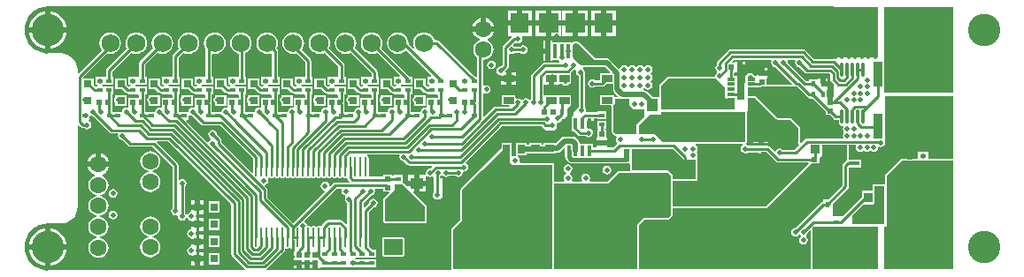
<source format=gtl>
G04 Layer_Physical_Order=1*
G04 Layer_Color=255*
%FSAX25Y25*%
%MOIN*%
G70*
G01*
G75*
%ADD10C,0.01000*%
%ADD11R,0.03898X0.01595*%
%ADD12R,0.02992X0.01595*%
%ADD13R,0.03543X0.06693*%
%ADD14R,0.02205X0.04701*%
%ADD15R,0.03504X0.09606*%
%ADD16R,0.22047X0.09606*%
%ADD17R,0.01400X0.05600*%
%ADD18R,0.07100X0.07500*%
%ADD19R,0.07500X0.07500*%
%ADD20O,0.00984X0.07480*%
%ADD21R,0.18307X0.16339*%
%ADD22R,0.04528X0.05709*%
%ADD23R,0.03150X0.08189*%
%ADD24R,0.02756X0.01181*%
%ADD25R,0.03937X0.02559*%
%ADD26R,0.12300X0.13780*%
%ADD27R,0.03200X0.03600*%
%ADD28R,0.04331X0.04803*%
G04:AMPARAMS|DCode=29|XSize=82.68mil|YSize=228.35mil|CornerRadius=41.34mil|HoleSize=0mil|Usage=FLASHONLY|Rotation=270.000|XOffset=0mil|YOffset=0mil|HoleType=Round|Shape=RoundedRectangle|*
%AMROUNDEDRECTD29*
21,1,0.08268,0.14567,0,0,270.0*
21,1,0.00000,0.22835,0,0,270.0*
1,1,0.08268,-0.07284,0.00000*
1,1,0.08268,-0.07284,0.00000*
1,1,0.08268,0.07284,0.00000*
1,1,0.08268,0.07284,0.00000*
%
%ADD29ROUNDEDRECTD29*%
%ADD30R,0.06496X0.04724*%
%ADD31O,0.01181X0.05512*%
%ADD32R,0.02756X0.03150*%
%ADD33R,0.03937X0.12598*%
%ADD34R,0.03740X0.10236*%
%ADD35R,0.03740X0.09843*%
%ADD36R,0.10236X0.03740*%
%ADD37R,0.09843X0.03740*%
%ADD38R,0.03740X0.06693*%
%ADD39R,0.01969X0.02047*%
%ADD40R,0.02047X0.01969*%
%ADD41R,0.02165X0.01772*%
%ADD42R,0.01772X0.02165*%
%ADD43R,0.06693X0.03543*%
%ADD44R,0.04803X0.04331*%
%ADD45R,0.01969X0.01772*%
%ADD46R,0.03150X0.02756*%
%ADD47R,0.03543X0.02756*%
%ADD48R,0.01772X0.03937*%
%ADD49R,0.02756X0.03543*%
%ADD50C,0.01000*%
%ADD51C,0.02000*%
%ADD52C,0.01500*%
%ADD53R,0.06693X0.08661*%
%ADD54R,0.16000X0.12500*%
%ADD55C,0.07480*%
%ADD56C,0.06890*%
%ADD57C,0.06300*%
%ADD58C,0.12205*%
%ADD59C,0.02000*%
G36*
X0786500Y0587000D02*
X0755500D01*
X0752500Y0590000D01*
X0746500Y0590000D01*
X0746500Y0593500D01*
X0750500Y0597500D01*
X0755000D01*
X0755000Y0598500D01*
X0786500D01*
X0786500Y0587000D01*
D02*
G37*
G36*
X0743000Y0603500D02*
X0743000Y0601000D01*
X0744500Y0599500D01*
X0748500Y0599500D01*
X0748500Y0596500D01*
X0747000Y0595000D01*
X0745500Y0593500D01*
X0745500Y0590000D01*
X0737878Y0590000D01*
X0737000Y0590878D01*
X0737000Y0601000D01*
X0737500Y0601500D01*
X0737500Y0603500D01*
X0743000Y0603500D01*
D02*
G37*
G36*
X0540376Y0596993D02*
X0541000Y0596869D01*
X0541038Y0596876D01*
X0547107Y0590807D01*
X0547107Y0590807D01*
X0547471Y0590564D01*
X0547900Y0590478D01*
X0550174D01*
X0550464Y0589978D01*
X0550369Y0589500D01*
X0550493Y0588876D01*
X0550846Y0588346D01*
X0551376Y0587993D01*
X0552000Y0587869D01*
X0552038Y0587876D01*
X0554207Y0585707D01*
X0554571Y0585464D01*
X0555000Y0585378D01*
X0555000Y0585378D01*
X0563395D01*
X0570878Y0577895D01*
Y0564968D01*
Y0562175D01*
X0570847Y0562153D01*
X0570493Y0561624D01*
X0570369Y0561000D01*
X0570493Y0560376D01*
X0570847Y0559846D01*
X0571376Y0559493D01*
X0572000Y0559369D01*
X0572450Y0559458D01*
X0572825Y0559168D01*
X0572883Y0559073D01*
X0572869Y0559000D01*
X0572993Y0558376D01*
X0573347Y0557846D01*
X0573876Y0557493D01*
X0574500Y0557369D01*
X0575124Y0557493D01*
X0575654Y0557846D01*
X0575989Y0558348D01*
X0576202Y0558376D01*
X0576298D01*
X0576511Y0558348D01*
X0576847Y0557846D01*
X0577376Y0557493D01*
X0577972Y0557374D01*
Y0557000D01*
X0580350D01*
X0582728D01*
Y0558575D01*
X0579941D01*
X0579624Y0558961D01*
X0579631Y0559000D01*
X0579547Y0559425D01*
X0579862Y0559925D01*
X0582728D01*
Y0561500D01*
X0580350D01*
X0577972D01*
Y0560626D01*
X0577376Y0560507D01*
X0576847Y0560153D01*
X0576511Y0559652D01*
X0576298Y0559624D01*
X0576202D01*
X0575989Y0559652D01*
X0575654Y0560153D01*
X0575622Y0560175D01*
Y0570325D01*
X0575654Y0570346D01*
X0576007Y0570876D01*
X0576131Y0571500D01*
X0576007Y0572124D01*
X0575654Y0572653D01*
X0575124Y0573007D01*
X0574500Y0573131D01*
X0573876Y0573007D01*
X0573622Y0572837D01*
X0573122Y0573105D01*
Y0578360D01*
X0573122Y0578360D01*
X0573036Y0578789D01*
X0572793Y0579153D01*
X0564953Y0586993D01*
X0565160Y0587493D01*
X0569108D01*
X0593072Y0563529D01*
Y0544800D01*
X0593072Y0544800D01*
X0593157Y0544370D01*
X0593400Y0544007D01*
X0598227Y0539179D01*
X0598227Y0539179D01*
X0598314Y0539122D01*
X0598162Y0538622D01*
X0524000D01*
X0523952Y0538612D01*
X0522265Y0538778D01*
X0520597Y0539284D01*
X0519059Y0540106D01*
X0517712Y0541212D01*
X0516606Y0542559D01*
X0515784Y0544097D01*
X0515278Y0545765D01*
X0515107Y0547500D01*
X0515278Y0549235D01*
X0515784Y0550903D01*
X0516606Y0552441D01*
X0517712Y0553788D01*
X0519059Y0554894D01*
X0520597Y0555716D01*
X0522265Y0556222D01*
X0523952Y0556388D01*
X0524000Y0556378D01*
X0529000D01*
X0529000Y0556378D01*
Y0556370D01*
X0530196Y0556488D01*
X0531346Y0556837D01*
X0532405Y0557404D01*
X0533334Y0558166D01*
X0534096Y0559095D01*
X0534663Y0560154D01*
X0535012Y0561304D01*
X0535129Y0562500D01*
X0535122Y0562500D01*
Y0593320D01*
X0535583Y0593511D01*
X0536388Y0592707D01*
X0536388Y0592707D01*
X0536752Y0592464D01*
X0537181Y0592378D01*
X0537553D01*
X0537575Y0592346D01*
X0538104Y0591993D01*
X0538728Y0591869D01*
X0539353Y0591993D01*
X0539882Y0592346D01*
X0540236Y0592876D01*
X0540360Y0593500D01*
X0540236Y0594124D01*
X0539882Y0594654D01*
X0539353Y0595007D01*
X0539317Y0595014D01*
X0539367Y0595514D01*
X0539458D01*
Y0596137D01*
X0539617Y0596376D01*
X0539709Y0596837D01*
X0540102Y0597066D01*
X0540231Y0597090D01*
X0540376Y0596993D01*
D02*
G37*
G36*
X0718676Y0584652D02*
Y0581313D01*
X0718815D01*
X0718890Y0580938D01*
X0719188Y0580491D01*
X0720089Y0579590D01*
X0720089Y0579590D01*
X0720536Y0579292D01*
X0721062Y0579187D01*
X0721063Y0579187D01*
X0740198D01*
Y0579000D01*
X0742997D01*
X0743351Y0578647D01*
X0743351Y0576500D01*
X0743116Y0576149D01*
X0741400D01*
X0741400Y0576149D01*
X0739000D01*
X0738541Y0575959D01*
X0734731Y0572149D01*
X0728123Y0572149D01*
X0727856Y0572649D01*
X0728007Y0572876D01*
X0728131Y0573500D01*
X0728007Y0574124D01*
X0727654Y0574653D01*
X0727124Y0575007D01*
X0726500Y0575131D01*
X0725876Y0575007D01*
X0725347Y0574653D01*
X0724993Y0574124D01*
X0724869Y0573500D01*
X0724993Y0572876D01*
X0725144Y0572649D01*
X0724877Y0572149D01*
X0721509Y0572149D01*
X0721242Y0572649D01*
X0721393Y0572876D01*
X0721517Y0573500D01*
X0721393Y0574124D01*
X0721039Y0574653D01*
X0720538Y0574989D01*
X0720510Y0575202D01*
Y0575298D01*
X0720538Y0575511D01*
X0721039Y0575846D01*
X0721393Y0576376D01*
X0721517Y0577000D01*
X0721393Y0577624D01*
X0721039Y0578154D01*
X0720510Y0578507D01*
X0719886Y0578631D01*
X0719262Y0578507D01*
X0718732Y0578154D01*
X0718379Y0577624D01*
X0718255Y0577000D01*
X0718379Y0576376D01*
X0718732Y0575846D01*
X0719234Y0575511D01*
X0719262Y0575298D01*
Y0575202D01*
X0719234Y0574989D01*
X0718732Y0574653D01*
X0718379Y0574124D01*
X0718255Y0573500D01*
X0718379Y0572876D01*
X0718530Y0572649D01*
X0718263Y0572149D01*
X0714649Y0572149D01*
Y0578507D01*
X0714459Y0578966D01*
X0714000Y0579157D01*
X0701790Y0579157D01*
X0701522Y0579657D01*
X0701626Y0580181D01*
X0701502Y0580805D01*
X0701148Y0581334D01*
X0700708Y0581628D01*
X0700763Y0582057D01*
X0700791Y0582128D01*
X0704234D01*
Y0582869D01*
X0705128D01*
Y0582766D01*
X0709872D01*
Y0582869D01*
X0710628D01*
Y0582766D01*
X0715372D01*
Y0583113D01*
X0715807D01*
X0716431Y0583237D01*
X0716961Y0583591D01*
X0718214Y0584844D01*
X0718676Y0584652D01*
D02*
G37*
G36*
X0791680Y0602320D02*
X0791738Y0602344D01*
X0794501Y0599580D01*
X0794478Y0599522D01*
X0796596Y0597403D01*
X0798310Y0595690D01*
X0798769Y0595500D01*
X0803371Y0595500D01*
D01*
X0803500D01*
X0806500Y0592500D01*
X0806500Y0587000D01*
X0806201D01*
X0806472Y0586775D01*
X0806509Y0586720D01*
Y0586654D01*
X0806643Y0586520D01*
X0806748Y0586362D01*
X0806795Y0585882D01*
X0805035Y0584122D01*
X0800675D01*
X0800653Y0584154D01*
X0800124Y0584507D01*
X0799500Y0584631D01*
X0798876Y0584507D01*
X0798347Y0584154D01*
X0798075Y0583748D01*
X0797517Y0583599D01*
X0795823Y0585293D01*
X0795459Y0585536D01*
X0795030Y0585622D01*
X0795030Y0585622D01*
X0787675D01*
X0787653Y0585653D01*
X0787124Y0586007D01*
X0787025Y0586027D01*
X0786959Y0586541D01*
X0787149Y0587000D01*
X0787149Y0598500D01*
X0787484Y0599000D01*
X0787500D01*
X0787500Y0603500D01*
X0790500Y0603500D01*
X0791680Y0602320D01*
D02*
G37*
G36*
X0865000Y0585000D02*
X0865000D01*
X0865000Y0580649D01*
X0855500D01*
X0855500Y0583500D01*
X0851500Y0583500D01*
X0851500Y0580649D01*
X0845500Y0580649D01*
X0845041Y0580459D01*
X0839541Y0574959D01*
X0839351Y0574500D01*
Y0571545D01*
X0839000Y0571149D01*
X0835200D01*
X0834741Y0570959D01*
X0834551Y0570500D01*
Y0568637D01*
X0830740D01*
Y0566523D01*
X0830500Y0566283D01*
Y0566283D01*
X0823217Y0559000D01*
X0819500Y0559000D01*
X0819500Y0563810D01*
X0825500Y0569809D01*
X0825500Y0577500D01*
X0830198Y0577500D01*
X0830198Y0580395D01*
X0825720D01*
X0825650Y0580500D01*
X0825650Y0581623D01*
X0825725Y0581698D01*
X0825650D01*
X0825650Y0586000D01*
X0828114Y0586000D01*
X0828114Y0584385D01*
X0829267Y0583232D01*
X0829598Y0583449D01*
X0830000Y0583369D01*
X0830624Y0583493D01*
X0830871Y0583658D01*
X0831250Y0583808D01*
X0831629Y0583658D01*
X0831876Y0583493D01*
X0832500Y0583369D01*
X0833124Y0583493D01*
X0833371Y0583658D01*
X0833750Y0583808D01*
X0834129Y0583658D01*
X0834376Y0583493D01*
X0835000Y0583369D01*
X0835624Y0583493D01*
X0836154Y0583847D01*
X0836507Y0584376D01*
X0836631Y0585000D01*
X0836633Y0585002D01*
X0837080Y0585305D01*
X0837600Y0585202D01*
X0838224Y0585326D01*
X0838754Y0585679D01*
X0839107Y0586209D01*
X0839231Y0586833D01*
D01*
Y0604500D01*
X0865000D01*
Y0585000D01*
D02*
G37*
G36*
X0852000Y0638000D02*
X0863500D01*
Y0638000D01*
X0865000D01*
Y0605750D01*
X0839000Y0605750D01*
X0839000Y0619000D01*
X0839000D01*
Y0621875D01*
X0839000Y0638000D01*
X0852000Y0638000D01*
D02*
G37*
G36*
X0805889Y0607990D02*
X0805889Y0607990D01*
X0806161D01*
X0809944Y0604207D01*
X0809944Y0604207D01*
X0810308Y0603964D01*
X0810737Y0603878D01*
X0810742D01*
Y0603317D01*
X0812147D01*
X0816876Y0598588D01*
Y0597302D01*
X0818498D01*
X0819951Y0595849D01*
X0819951Y0595849D01*
X0820315Y0595606D01*
X0820744Y0595520D01*
X0820744Y0595520D01*
X0821849D01*
Y0594476D01*
X0821941Y0594012D01*
X0822205Y0593618D01*
X0822598Y0593355D01*
X0823063Y0593262D01*
X0823114Y0593272D01*
X0823500Y0592955D01*
Y0592635D01*
X0823493Y0592624D01*
X0823369Y0592000D01*
X0823493Y0591376D01*
X0823500Y0591365D01*
Y0590135D01*
X0823493Y0590124D01*
X0823369Y0589500D01*
X0823493Y0588876D01*
X0823388Y0588384D01*
X0809763D01*
X0809763Y0588385D01*
X0809334Y0588299D01*
X0808970Y0588056D01*
X0808970Y0588056D01*
X0807533Y0586619D01*
X0807109Y0586902D01*
X0807149Y0587000D01*
X0807149Y0592500D01*
X0806959Y0592959D01*
X0803959Y0595959D01*
X0803500Y0596149D01*
X0798769Y0596149D01*
X0795500Y0599418D01*
Y0599500D01*
X0790876Y0604124D01*
Y0604253D01*
X0790746D01*
X0790500Y0604500D01*
X0787500Y0604500D01*
X0787500Y0607778D01*
X0790876D01*
Y0607847D01*
X0792083D01*
X0792083Y0607847D01*
X0792512Y0607932D01*
X0792613Y0608000D01*
X0805837Y0608000D01*
X0805889Y0607990D01*
D02*
G37*
G36*
X0796596Y0617778D02*
X0796493Y0617624D01*
X0796369Y0617000D01*
X0796493Y0616376D01*
X0796846Y0615846D01*
X0797376Y0615493D01*
X0798000Y0615369D01*
X0798038Y0615376D01*
X0804303Y0609111D01*
X0804111Y0608649D01*
X0794624Y0608649D01*
Y0611130D01*
X0795024D01*
Y0612114D01*
X0794000D01*
Y0612000D01*
X0792000D01*
X0790976Y0613024D01*
Y0612586D01*
X0790876Y0612127D01*
X0790005D01*
X0789653Y0612653D01*
X0789124Y0613007D01*
X0788500Y0613131D01*
X0787876Y0613007D01*
X0787347Y0612653D01*
X0786995Y0612127D01*
X0786920D01*
Y0612094D01*
X0786594D01*
X0786500Y0612000D01*
Y0609500D01*
X0786000D01*
Y0607000D01*
X0784000D01*
Y0609500D01*
X0783500D01*
Y0612094D01*
X0783080D01*
Y0612127D01*
X0782224D01*
Y0613249D01*
X0782630Y0613476D01*
X0783500D01*
Y0616500D01*
X0783614D01*
Y0617524D01*
X0782630D01*
Y0617124D01*
X0781685D01*
X0781494Y0617586D01*
X0782187Y0618278D01*
X0796329D01*
X0796596Y0617778D01*
D02*
G37*
G36*
X0725677Y0615369D02*
X0733824D01*
X0735718Y0613475D01*
X0735526Y0613013D01*
X0732002D01*
Y0610393D01*
X0730175D01*
X0730154Y0610425D01*
X0729624Y0610779D01*
X0729000Y0610903D01*
X0728376Y0610779D01*
X0727846Y0610425D01*
X0727493Y0609896D01*
X0727369Y0609272D01*
X0727493Y0608647D01*
X0727846Y0608118D01*
X0728376Y0607764D01*
X0729000Y0607640D01*
X0729624Y0607764D01*
X0730154Y0608118D01*
X0730175Y0608150D01*
X0732709D01*
X0732709Y0608150D01*
X0733138Y0608236D01*
X0733502Y0608479D01*
X0734277Y0609254D01*
X0736769D01*
Y0607100D01*
X0736893Y0606476D01*
X0737247Y0605946D01*
X0738582Y0604611D01*
X0738390Y0604149D01*
X0737500D01*
X0737139Y0604486D01*
Y0604746D01*
X0732002D01*
Y0600987D01*
X0735997D01*
X0736351Y0600633D01*
X0736351Y0590878D01*
X0736443Y0590655D01*
X0736541Y0590419D01*
X0737419Y0589541D01*
X0737419Y0589541D01*
Y0589541D01*
X0737878Y0589351D01*
X0737878Y0589351D01*
X0737878Y0589351D01*
X0738144Y0588850D01*
X0737993Y0588624D01*
X0737869Y0588000D01*
X0737993Y0587376D01*
X0738346Y0586846D01*
X0738384Y0586470D01*
X0736917Y0585003D01*
X0734524D01*
Y0585886D01*
X0732500D01*
X0730476D01*
Y0585003D01*
X0729324D01*
Y0586450D01*
X0724350D01*
X0724228Y0587064D01*
X0723874Y0587594D01*
X0722814Y0588654D01*
X0722285Y0589007D01*
X0721660Y0589131D01*
X0718563D01*
X0718563Y0589131D01*
X0717939Y0589007D01*
X0717410Y0588654D01*
X0715747Y0586991D01*
X0715372Y0586722D01*
Y0586722D01*
X0715372Y0586722D01*
X0710628D01*
Y0586131D01*
X0709872D01*
Y0586722D01*
X0705128D01*
Y0586131D01*
X0704234D01*
Y0586872D01*
X0700278D01*
Y0582266D01*
X0700077Y0581945D01*
X0699916Y0581796D01*
X0699370Y0581688D01*
X0699331Y0581662D01*
X0698811Y0581865D01*
X0698722Y0582128D01*
X0698722Y0582128D01*
X0698722Y0582128D01*
Y0586872D01*
X0694766D01*
Y0584685D01*
X0687041Y0576959D01*
X0687041Y0576959D01*
X0679541Y0569459D01*
X0679351Y0569000D01*
X0679351Y0557769D01*
X0677858Y0556277D01*
Y0556277D01*
X0677235Y0555654D01*
X0677235D01*
X0676041Y0554459D01*
X0675851Y0554000D01*
Y0553000D01*
Y0539000D01*
X0675598Y0538622D01*
X0606499D01*
X0606348Y0539122D01*
X0606434Y0539179D01*
X0612966Y0545711D01*
X0613209Y0546075D01*
X0613295Y0546504D01*
X0613295Y0546504D01*
Y0546616D01*
X0613531Y0546795D01*
X0613795Y0546920D01*
X0614142Y0546851D01*
X0614278Y0546878D01*
X0614316Y0546855D01*
X0616674D01*
X0616674Y0544344D01*
X0616661D01*
X0616876Y0544184D01*
Y0543370D01*
X0616476D01*
Y0542386D01*
X0618500D01*
Y0541386D01*
X0619500D01*
Y0539402D01*
X0620500D01*
Y0541386D01*
X0622500D01*
Y0539402D01*
X0623500D01*
Y0541386D01*
X0625500D01*
Y0539402D01*
X0626524D01*
Y0539490D01*
X0626703Y0539915D01*
X0630069D01*
Y0539915D01*
X0630203Y0539915D01*
Y0539915D01*
X0633569D01*
Y0539915D01*
X0633706D01*
Y0539915D01*
X0636703D01*
X0637203Y0539915D01*
X0637571Y0539915D01*
X0638230D01*
X0638262Y0539894D01*
X0638886Y0539769D01*
X0639510Y0539894D01*
X0639542Y0539915D01*
X0640569D01*
Y0539915D01*
X0640703Y0539915D01*
Y0539915D01*
X0644069D01*
Y0539915D01*
X0644177D01*
Y0539915D01*
X0647543D01*
Y0542887D01*
X0644177D01*
Y0542887D01*
X0644069D01*
Y0542887D01*
X0640703D01*
Y0542887D01*
X0640569Y0542887D01*
Y0542887D01*
X0639743D01*
X0639661Y0542958D01*
X0639848Y0543458D01*
X0640569D01*
Y0543458D01*
X0640703Y0543458D01*
X0641069Y0543458D01*
X0644069D01*
X0644069Y0543458D01*
X0644177D01*
Y0543458D01*
X0644569Y0543458D01*
X0647543D01*
Y0546430D01*
X0646010D01*
X0644791Y0547650D01*
Y0560705D01*
X0646462Y0562376D01*
X0646500Y0562369D01*
X0647124Y0562493D01*
X0647653Y0562847D01*
X0648007Y0563376D01*
X0648131Y0564000D01*
X0648007Y0564624D01*
X0647653Y0565154D01*
X0647124Y0565507D01*
X0646500Y0565631D01*
X0645876Y0565507D01*
X0645346Y0565154D01*
X0644993Y0564624D01*
X0644869Y0564000D01*
X0644876Y0563962D01*
X0643322Y0562408D01*
X0642822Y0562616D01*
Y0564236D01*
X0645462Y0566876D01*
X0645500Y0566869D01*
X0646124Y0566993D01*
X0646654Y0567346D01*
X0647007Y0567876D01*
X0647131Y0568500D01*
X0647028Y0569017D01*
X0647300Y0569517D01*
X0650376D01*
Y0568302D01*
X0652230D01*
X0652421Y0567840D01*
X0650541Y0565959D01*
X0650351Y0565500D01*
Y0562761D01*
X0650152D01*
Y0556837D01*
X0650418D01*
X0650541Y0556541D01*
X0651000Y0556351D01*
X0666000Y0556351D01*
X0666459Y0556541D01*
X0666649Y0557000D01*
Y0562500D01*
X0666459Y0562959D01*
X0661534Y0567884D01*
X0661725Y0568347D01*
X0662000D01*
Y0570512D01*
X0659598D01*
Y0570473D01*
X0659136Y0570282D01*
X0658001Y0571418D01*
X0657683Y0571786D01*
Y0574757D01*
X0654317D01*
Y0574393D01*
X0653624D01*
Y0574698D01*
X0650376D01*
Y0574069D01*
X0645199D01*
X0644783Y0574539D01*
Y0581035D01*
X0644698Y0581462D01*
X0644457Y0581823D01*
X0644224Y0581978D01*
X0644375Y0582478D01*
X0656174D01*
X0656464Y0581978D01*
X0656369Y0581500D01*
X0656493Y0580876D01*
X0656847Y0580346D01*
X0657376Y0579993D01*
X0658000Y0579869D01*
X0658038Y0579876D01*
X0659307Y0578607D01*
X0659307Y0578607D01*
X0659671Y0578364D01*
X0660100Y0578278D01*
X0660100Y0578278D01*
X0668569D01*
X0668760Y0577816D01*
X0668063Y0577119D01*
X0668000Y0577131D01*
X0667376Y0577007D01*
X0666847Y0576653D01*
X0666493Y0576124D01*
X0666369Y0575500D01*
X0666436Y0575163D01*
X0666075Y0574683D01*
X0666061Y0574677D01*
X0664000D01*
Y0572512D01*
X0666402D01*
Y0574112D01*
X0666657Y0574247D01*
X0666902Y0574310D01*
X0667376Y0573993D01*
X0668000Y0573869D01*
X0668624Y0573993D01*
X0668878Y0574163D01*
X0669378Y0573895D01*
Y0568175D01*
X0669347Y0568153D01*
X0668993Y0567624D01*
X0668869Y0567000D01*
X0668993Y0566376D01*
X0669347Y0565846D01*
X0669876Y0565493D01*
X0670500Y0565369D01*
X0671124Y0565493D01*
X0671177Y0565528D01*
X0671618Y0565293D01*
X0672500Y0566174D01*
X0672500Y0573347D01*
X0671622D01*
Y0573992D01*
X0671624Y0573993D01*
X0672154Y0574346D01*
X0672250Y0574491D01*
X0672750D01*
X0672847Y0574346D01*
X0673376Y0573993D01*
X0674000Y0573869D01*
X0674624Y0573993D01*
X0675153Y0574346D01*
X0675175Y0574378D01*
X0677325D01*
X0677347Y0574346D01*
X0677876Y0573993D01*
X0678500Y0573869D01*
X0679124Y0573993D01*
X0679654Y0574346D01*
X0680007Y0574876D01*
X0680131Y0575500D01*
X0680118Y0575569D01*
X0680543Y0575994D01*
X0680673Y0575969D01*
X0681297Y0576093D01*
X0681826Y0576446D01*
X0682180Y0576976D01*
X0682304Y0577600D01*
X0682180Y0578224D01*
X0681826Y0578754D01*
X0681420Y0579025D01*
X0681272Y0579583D01*
X0693903Y0592214D01*
X0693903Y0592214D01*
X0694110Y0592524D01*
X0694789Y0593203D01*
X0704000D01*
Y0593203D01*
X0705429Y0593203D01*
X0709674D01*
X0709674Y0593203D01*
X0709717D01*
X0711420Y0591500D01*
X0714500Y0591500D01*
X0715565Y0592565D01*
X0715565Y0593118D01*
X0715565Y0593118D01*
X0715558Y0593134D01*
X0715631Y0593500D01*
X0715542Y0593950D01*
X0715832Y0594325D01*
X0715927Y0594383D01*
X0716000Y0594369D01*
X0716624Y0594493D01*
X0717154Y0594846D01*
X0717507Y0595376D01*
X0717591Y0595797D01*
X0717776Y0595918D01*
X0717776Y0595918D01*
X0718418Y0595918D01*
X0719500Y0597000D01*
X0719500Y0599500D01*
X0719501D01*
Y0599705D01*
X0720998Y0601202D01*
Y0604746D01*
X0711002D01*
X0710721Y0605129D01*
Y0608854D01*
X0712571D01*
Y0611134D01*
X0714571D01*
Y0608854D01*
X0716539D01*
Y0609254D01*
X0717460D01*
X0717732Y0608847D01*
X0718261Y0608493D01*
X0718886Y0608369D01*
X0719510Y0608493D01*
X0720039Y0608847D01*
X0720312Y0609254D01*
X0720998D01*
Y0613013D01*
X0720998Y0613013D01*
X0720998D01*
X0721070Y0613484D01*
X0721962Y0614376D01*
X0722000Y0614369D01*
X0722624Y0614493D01*
X0722649Y0614509D01*
X0723009Y0614149D01*
X0722993Y0614124D01*
X0722869Y0613500D01*
X0722993Y0612876D01*
X0723347Y0612347D01*
X0723876Y0611993D01*
X0723878Y0611992D01*
Y0600287D01*
X0723671Y0600096D01*
X0722000Y0598426D01*
X0722000Y0597500D01*
X0721161Y0596661D01*
Y0594000D01*
Y0591150D01*
X0722047D01*
X0722047Y0591150D01*
Y0591150D01*
X0722461Y0590941D01*
X0723695Y0589707D01*
X0723695Y0589707D01*
X0724058Y0589464D01*
X0724488Y0589378D01*
X0724488Y0589378D01*
X0726325D01*
X0726346Y0589347D01*
X0726876Y0588993D01*
X0727500Y0588869D01*
X0728124Y0588993D01*
X0728653Y0589347D01*
X0729007Y0589876D01*
X0729131Y0590500D01*
X0729102Y0590650D01*
X0729131Y0590686D01*
Y0591369D01*
X0728000Y0592500D01*
X0727000D01*
Y0595000D01*
X0727839D01*
Y0595118D01*
X0729724D01*
Y0596150D01*
X0730817D01*
Y0595786D01*
X0734183D01*
Y0598758D01*
X0730817D01*
Y0598393D01*
X0726905D01*
X0726587Y0598780D01*
X0726631Y0599000D01*
X0726507Y0599624D01*
X0726154Y0600153D01*
X0726122Y0600175D01*
Y0613000D01*
X0726122Y0613000D01*
X0726077Y0613225D01*
X0726131Y0613500D01*
X0726007Y0614124D01*
X0725654Y0614653D01*
X0725500Y0614756D01*
X0725442Y0615253D01*
X0725570Y0615390D01*
X0725677Y0615369D01*
D02*
G37*
G36*
X0775500Y0611000D02*
X0779000Y0607500D01*
X0779000Y0604000D01*
X0779500Y0603500D01*
X0782500Y0603500D01*
Y0599500D01*
X0755000D01*
Y0608500D01*
X0757500Y0611000D01*
X0775500Y0611000D01*
D02*
G37*
G36*
X0805596Y0617778D02*
X0805493Y0617624D01*
X0805369Y0617000D01*
X0805493Y0616376D01*
X0805847Y0615846D01*
X0806376Y0615493D01*
X0807000Y0615369D01*
X0807038Y0615376D01*
X0809007Y0613407D01*
X0809007Y0613407D01*
X0809371Y0613164D01*
X0809800Y0613078D01*
X0809800Y0613078D01*
X0818231D01*
X0818651Y0612659D01*
Y0610830D01*
X0818651Y0610830D01*
X0818736Y0610401D01*
X0818979Y0610037D01*
X0819913Y0609103D01*
Y0604098D01*
X0819500D01*
Y0602114D01*
X0817500D01*
Y0604098D01*
X0817257D01*
Y0606683D01*
X0817657Y0606917D01*
Y0608000D01*
X0815772D01*
Y0609000D01*
X0814772D01*
Y0611083D01*
X0813886D01*
X0813714Y0610683D01*
X0810742D01*
Y0610122D01*
X0809465D01*
X0802624Y0616962D01*
X0802631Y0617000D01*
X0802507Y0617624D01*
X0802404Y0617778D01*
X0802671Y0618278D01*
X0805329D01*
X0805596Y0617778D01*
D02*
G37*
G36*
X0865000Y0539000D02*
X0839000D01*
Y0555000D01*
X0840000D01*
Y0571500D01*
Y0574500D01*
X0845500Y0580000D01*
X0865000D01*
Y0539000D01*
D02*
G37*
G36*
X0634700Y0569017D02*
X0634597Y0568500D01*
X0634721Y0567876D01*
X0635075Y0567346D01*
X0635604Y0566993D01*
X0635763Y0566961D01*
X0635993Y0566406D01*
X0635880Y0566237D01*
X0635756Y0565613D01*
X0635880Y0564988D01*
X0636234Y0564459D01*
X0636642Y0564186D01*
Y0556190D01*
X0636142Y0555983D01*
X0634832Y0557293D01*
X0634468Y0557536D01*
X0634039Y0557622D01*
X0634039Y0557622D01*
X0629500D01*
X0629500Y0557622D01*
X0629071Y0557536D01*
X0628707Y0557293D01*
X0627128Y0555714D01*
X0627056Y0555607D01*
X0626456Y0555458D01*
X0626409Y0555469D01*
X0626379Y0555489D01*
X0625953Y0555574D01*
X0625527Y0555489D01*
X0625165Y0555248D01*
X0624772D01*
X0624410Y0555489D01*
X0623984Y0555574D01*
X0623558Y0555489D01*
X0623197Y0555248D01*
X0622803D01*
X0622442Y0555489D01*
X0622016Y0555574D01*
X0621668Y0555505D01*
X0621555Y0556075D01*
X0621201Y0556604D01*
X0620701Y0556938D01*
X0620626Y0557021D01*
X0620498Y0557442D01*
X0632573Y0569517D01*
X0634428D01*
X0634700Y0569017D01*
D02*
G37*
G36*
X0657500Y0571000D02*
X0666000Y0562500D01*
Y0557000D01*
X0651000Y0557000D01*
X0651000Y0565500D01*
X0654500Y0569000D01*
X0654500Y0571000D01*
X0657500Y0571000D01*
D02*
G37*
G36*
X0698000Y0584500D02*
Y0579500D01*
X0698993Y0578507D01*
X0714000Y0578507D01*
X0714000Y0539000D01*
X0680000Y0539000D01*
Y0539000D01*
X0676500D01*
Y0553000D01*
Y0554000D01*
X0680000Y0557500D01*
X0680000Y0569000D01*
X0687500Y0576500D01*
X0687500D01*
X0695500Y0584500D01*
X0698000Y0584500D01*
D02*
G37*
G36*
X0758500Y0574500D02*
Y0559500D01*
X0757500Y0558500D01*
X0748500Y0558500D01*
X0746000Y0556000D01*
X0746000Y0539000D01*
X0714649Y0539000D01*
Y0571500D01*
X0735000Y0571500D01*
X0739000Y0575500D01*
X0757500Y0575500D01*
X0758500Y0574500D01*
D02*
G37*
G36*
X0836500Y0539000D02*
X0812000D01*
Y0555000D01*
X0836500D01*
Y0539000D01*
D02*
G37*
G36*
X0763500Y0580500D02*
X0768000Y0580500D01*
X0768000Y0573000D01*
X0759342Y0573000D01*
X0759342Y0574657D01*
X0757500Y0576500D01*
X0744000Y0576500D01*
X0744000Y0584500D01*
X0759500Y0584500D01*
X0763500Y0580500D01*
D02*
G37*
G36*
X0625527Y0573511D02*
X0625953Y0573426D01*
X0626379Y0573511D01*
X0626597Y0573656D01*
X0626937Y0573717D01*
X0627277Y0573656D01*
X0627495Y0573511D01*
X0627921Y0573426D01*
X0628347Y0573511D01*
X0628565Y0573656D01*
X0628905Y0573717D01*
X0629246Y0573656D01*
X0629464Y0573511D01*
X0629890Y0573426D01*
X0630316Y0573511D01*
X0630534Y0573656D01*
X0630874Y0573717D01*
X0631214Y0573656D01*
X0631432Y0573511D01*
X0631858Y0573426D01*
X0632284Y0573511D01*
X0632502Y0573656D01*
X0632842Y0573717D01*
X0633183Y0573656D01*
X0633401Y0573511D01*
X0633827Y0573426D01*
X0634253Y0573511D01*
X0634471Y0573656D01*
X0634811Y0573717D01*
X0635151Y0573656D01*
X0635369Y0573511D01*
X0635795Y0573426D01*
X0636221Y0573511D01*
X0636698Y0573319D01*
X0636755Y0573266D01*
X0636971Y0572943D01*
X0637654Y0572260D01*
X0637529Y0571843D01*
X0637467Y0571760D01*
X0632108D01*
X0632108Y0571760D01*
X0631679Y0571675D01*
X0631315Y0571431D01*
X0631315Y0571431D01*
X0630372Y0570488D01*
X0629865Y0570689D01*
X0629779Y0571124D01*
X0629425Y0571654D01*
X0628896Y0572007D01*
X0628272Y0572131D01*
X0627647Y0572007D01*
X0627118Y0571654D01*
X0626764Y0571124D01*
X0626640Y0570500D01*
X0626764Y0569876D01*
X0627118Y0569347D01*
X0627647Y0568993D01*
X0628083Y0568906D01*
X0628284Y0568400D01*
X0616309Y0556425D01*
X0606652Y0566082D01*
Y0568995D01*
X0606567Y0569424D01*
X0606324Y0569788D01*
X0606324Y0569788D01*
X0605621Y0570491D01*
X0605785Y0571033D01*
X0605908Y0571058D01*
X0606437Y0571411D01*
X0606791Y0571941D01*
X0606915Y0572565D01*
X0606791Y0573189D01*
X0606775Y0573213D01*
X0606777Y0573221D01*
X0607134Y0573696D01*
X0607252Y0573717D01*
X0607592Y0573656D01*
X0607810Y0573511D01*
X0608236Y0573426D01*
X0608662Y0573511D01*
X0608880Y0573656D01*
X0609221Y0573717D01*
X0609561Y0573656D01*
X0609779Y0573511D01*
X0610205Y0573426D01*
X0610631Y0573511D01*
X0610849Y0573656D01*
X0611189Y0573717D01*
X0611529Y0573656D01*
X0611747Y0573511D01*
X0612173Y0573426D01*
X0612599Y0573511D01*
X0612817Y0573656D01*
X0613158Y0573717D01*
X0613498Y0573656D01*
X0613716Y0573511D01*
X0614142Y0573426D01*
X0614568Y0573511D01*
X0614786Y0573656D01*
X0615126Y0573717D01*
X0615466Y0573656D01*
X0615684Y0573511D01*
X0616110Y0573426D01*
X0616536Y0573511D01*
X0616898Y0573752D01*
X0617291D01*
X0617653Y0573511D01*
X0618079Y0573426D01*
X0618505Y0573511D01*
X0618866Y0573752D01*
X0619260D01*
X0619621Y0573511D01*
X0620047Y0573426D01*
X0620473Y0573511D01*
X0620835Y0573752D01*
X0621228D01*
X0621590Y0573511D01*
X0622016Y0573426D01*
X0622442Y0573511D01*
X0622803Y0573752D01*
X0623197D01*
X0623558Y0573511D01*
X0623984Y0573426D01*
X0624410Y0573511D01*
X0624772Y0573752D01*
X0625165D01*
X0625527Y0573511D01*
D02*
G37*
G36*
X0577876Y0596993D02*
X0578500Y0596869D01*
X0578538Y0596876D01*
X0581707Y0593707D01*
X0581707Y0593707D01*
X0582071Y0593464D01*
X0582500Y0593378D01*
X0588773D01*
X0601209Y0580942D01*
Y0577787D01*
X0601217Y0577747D01*
Y0575548D01*
X0600755Y0575356D01*
X0589222Y0586890D01*
Y0587870D01*
X0589222Y0587870D01*
X0589136Y0588299D01*
X0588893Y0588663D01*
X0588893Y0588663D01*
X0587619Y0589937D01*
X0587631Y0590000D01*
X0587507Y0590624D01*
X0587153Y0591153D01*
X0586624Y0591507D01*
X0586000Y0591631D01*
X0585376Y0591507D01*
X0584846Y0591153D01*
X0584493Y0590624D01*
X0584369Y0590000D01*
X0584493Y0589376D01*
X0584846Y0588846D01*
X0585348Y0588511D01*
X0585376Y0588298D01*
Y0588202D01*
X0585348Y0587989D01*
X0584846Y0587653D01*
X0584563Y0587230D01*
X0584012Y0587074D01*
X0576034Y0595052D01*
X0576225Y0595514D01*
X0576958D01*
Y0597050D01*
X0577069Y0597135D01*
X0577458Y0597272D01*
X0577876Y0596993D01*
D02*
G37*
G36*
X0785641Y0585851D02*
X0785347Y0585653D01*
X0784993Y0585124D01*
X0784869Y0584500D01*
X0784993Y0583876D01*
X0785347Y0583347D01*
X0785876Y0582993D01*
X0786500Y0582869D01*
X0786531Y0582843D01*
Y0582709D01*
X0792469D01*
Y0583378D01*
X0794566D01*
X0798123Y0579821D01*
X0798123Y0579821D01*
X0798487Y0579578D01*
X0798916Y0579493D01*
X0810367D01*
X0810574Y0578993D01*
X0794231Y0562649D01*
X0759149Y0562649D01*
Y0571931D01*
X0759342Y0572351D01*
X0768000Y0572351D01*
X0768459Y0572541D01*
X0768649Y0573000D01*
X0768649Y0580500D01*
X0768459Y0580959D01*
X0768420Y0581517D01*
X0768507Y0581647D01*
X0768631Y0582272D01*
X0768507Y0582896D01*
X0768180Y0583386D01*
X0768507Y0583876D01*
X0768631Y0584500D01*
X0768507Y0585124D01*
X0768153Y0585653D01*
X0767859Y0585851D01*
X0768010Y0586351D01*
X0785490D01*
X0785641Y0585851D01*
D02*
G37*
G36*
X0839000Y0556000D02*
X0827000Y0556000D01*
X0827000Y0559500D01*
X0831000Y0563500D01*
X0834500Y0563500D01*
X0835200Y0564200D01*
X0835200Y0570500D01*
X0839000D01*
Y0556000D01*
D02*
G37*
G36*
X0825000Y0586000D02*
X0825000Y0580500D01*
X0823181Y0578681D01*
X0823181Y0570681D01*
X0818000Y0565500D01*
X0816000Y0565500D01*
Y0564615D01*
X0815601Y0564536D01*
X0815237Y0564293D01*
X0815237Y0564293D01*
X0805563Y0554619D01*
X0805500Y0554631D01*
X0804876Y0554507D01*
X0804346Y0554153D01*
X0803993Y0553624D01*
X0803869Y0553000D01*
X0803993Y0552376D01*
X0804346Y0551847D01*
X0804876Y0551493D01*
X0805500Y0551369D01*
X0806124Y0551493D01*
X0806653Y0551847D01*
X0806750Y0551991D01*
X0807250D01*
X0807347Y0551847D01*
X0807491Y0551750D01*
Y0551250D01*
X0807347Y0551154D01*
X0806993Y0550624D01*
X0806869Y0550000D01*
X0806993Y0549376D01*
X0807347Y0548846D01*
X0807876Y0548493D01*
X0808500Y0548369D01*
X0809124Y0548493D01*
X0809653Y0548846D01*
X0810007Y0549376D01*
X0810131Y0550000D01*
X0810007Y0550624D01*
X0809653Y0551154D01*
X0809509Y0551250D01*
Y0551750D01*
X0809653Y0551847D01*
X0810007Y0552376D01*
X0810131Y0553000D01*
X0810115Y0553084D01*
X0810889Y0553858D01*
X0811351Y0553667D01*
Y0539500D01*
X0810851Y0539000D01*
X0803000Y0539000D01*
Y0539000D01*
X0746650Y0539000D01*
Y0539000D01*
X0746649D01*
Y0541574D01*
X0746649Y0555649D01*
X0748810Y0557810D01*
X0757728Y0557810D01*
X0758550Y0558631D01*
D01*
X0758959Y0559041D01*
X0759149Y0559500D01*
X0759149Y0562000D01*
X0759152D01*
X0794231Y0562000D01*
X0794690Y0562190D01*
X0799500Y0567000D01*
D01*
X0811500Y0579000D01*
X0814500Y0579000D01*
X0814500Y0581000D01*
X0815500Y0582000D01*
X0815500Y0586000D01*
X0825000Y0586000D01*
D02*
G37*
G36*
X0730500Y0617500D02*
X0724500D01*
X0722000Y0620000D01*
Y0624000D01*
X0724000D01*
X0730500Y0617500D01*
D02*
G37*
G36*
X0524000Y0638378D02*
X0819913D01*
Y0638000D01*
X0836500D01*
X0836500Y0619000D01*
X0819913D01*
Y0618522D01*
X0812509D01*
X0812031Y0619000D01*
X0812000D01*
Y0619031D01*
X0809237Y0621793D01*
X0808874Y0622036D01*
X0808444Y0622122D01*
X0808444Y0622122D01*
X0781060D01*
X0781060Y0622122D01*
X0780630Y0622036D01*
X0780267Y0621793D01*
X0780267Y0621793D01*
X0776207Y0617733D01*
X0775964Y0617370D01*
X0775878Y0616940D01*
X0775878Y0616940D01*
Y0616175D01*
X0775846Y0616153D01*
X0775493Y0615624D01*
X0775369Y0615000D01*
X0775493Y0614376D01*
X0775846Y0613846D01*
X0775991Y0613750D01*
Y0613250D01*
X0775846Y0613154D01*
X0775493Y0612624D01*
X0775369Y0612000D01*
X0775081Y0611649D01*
X0757500Y0611649D01*
X0757041Y0611459D01*
X0754541Y0608959D01*
X0754351Y0608500D01*
Y0604471D01*
X0754277Y0604002D01*
X0751805D01*
X0749553Y0606254D01*
X0749024Y0606607D01*
X0748400Y0606731D01*
X0748349D01*
X0748149Y0607231D01*
X0748296Y0607407D01*
X0748818Y0607389D01*
X0748846Y0607346D01*
X0749376Y0606993D01*
X0750000Y0606869D01*
X0750624Y0606993D01*
X0751154Y0607346D01*
X0751507Y0607876D01*
X0751631Y0608500D01*
X0751507Y0609124D01*
X0751154Y0609654D01*
X0751009Y0609750D01*
Y0610250D01*
X0751154Y0610347D01*
X0751507Y0610876D01*
X0751631Y0611500D01*
X0751507Y0612124D01*
X0751154Y0612653D01*
X0751009Y0612750D01*
Y0613250D01*
X0751154Y0613346D01*
X0751507Y0613876D01*
X0751631Y0614500D01*
X0751507Y0615124D01*
X0751154Y0615654D01*
X0750624Y0616007D01*
X0750000Y0616131D01*
X0749376Y0616007D01*
X0748846Y0615654D01*
X0748750Y0615509D01*
X0748250D01*
X0748153Y0615654D01*
X0747624Y0616007D01*
X0747000Y0616131D01*
X0746376Y0616007D01*
X0745847Y0615654D01*
X0745750Y0615509D01*
X0745250D01*
X0745154Y0615654D01*
X0744624Y0616007D01*
X0744000Y0616131D01*
X0743376Y0616007D01*
X0742846Y0615654D01*
X0742750Y0615509D01*
X0742250D01*
X0742154Y0615654D01*
X0741624Y0616007D01*
X0741000Y0616131D01*
X0740376Y0616007D01*
X0739847Y0615654D01*
X0739493Y0615124D01*
X0739476Y0615038D01*
X0738933Y0614874D01*
X0735653Y0618153D01*
X0735124Y0618507D01*
X0734500Y0618631D01*
X0730287D01*
X0724459Y0624459D01*
X0724216Y0624560D01*
X0724154Y0624653D01*
X0723918Y0624811D01*
Y0624900D01*
X0723785D01*
X0723624Y0625007D01*
X0723000Y0625131D01*
X0722809Y0625093D01*
X0722618Y0625131D01*
X0721994Y0625007D01*
X0721833Y0624900D01*
X0714000D01*
Y0625300D01*
X0713300D01*
Y0621500D01*
Y0617700D01*
X0714000D01*
Y0618100D01*
X0716177D01*
X0716347Y0617846D01*
X0716683Y0617622D01*
X0716531Y0617122D01*
X0711000D01*
X0710571Y0617036D01*
X0710207Y0616793D01*
X0710207Y0616793D01*
X0706207Y0612793D01*
X0705964Y0612429D01*
X0705878Y0612000D01*
X0705878Y0612000D01*
Y0603175D01*
X0705847Y0603154D01*
X0705750Y0603009D01*
X0705250D01*
X0705154Y0603154D01*
X0704624Y0603507D01*
X0704000Y0603631D01*
X0703376Y0603507D01*
X0702846Y0603154D01*
X0702750Y0603009D01*
X0702250D01*
X0702153Y0603154D01*
X0701624Y0603507D01*
X0701000Y0603631D01*
X0700498Y0603531D01*
X0699998Y0603810D01*
Y0604746D01*
X0694861D01*
Y0600987D01*
X0697736D01*
X0698003Y0600487D01*
X0697948Y0600403D01*
X0692494D01*
X0692065Y0600318D01*
X0691701Y0600075D01*
X0691701Y0600075D01*
X0688294Y0596668D01*
X0687832Y0596859D01*
Y0605331D01*
X0688332Y0605598D01*
X0688490Y0605493D01*
X0689114Y0605369D01*
X0689739Y0605493D01*
X0690268Y0605847D01*
X0690621Y0606376D01*
X0690745Y0607000D01*
X0690621Y0607624D01*
X0690268Y0608153D01*
X0689739Y0608507D01*
X0689114Y0608631D01*
X0688490Y0608507D01*
X0688332Y0608401D01*
X0687832Y0608669D01*
Y0618133D01*
X0688000Y0618281D01*
X0688979Y0618409D01*
X0689891Y0618787D01*
X0690674Y0619388D01*
X0691276Y0620172D01*
X0691653Y0621084D01*
X0691782Y0622063D01*
X0691653Y0623042D01*
X0691276Y0623954D01*
X0690674Y0624738D01*
X0689891Y0625339D01*
X0689470Y0625513D01*
Y0626054D01*
X0690093Y0626312D01*
X0690960Y0626977D01*
X0691625Y0627844D01*
X0692043Y0628854D01*
X0692054Y0628937D01*
X0688000D01*
X0683946D01*
X0683957Y0628854D01*
X0684375Y0627844D01*
X0685040Y0626977D01*
X0685907Y0626312D01*
X0686530Y0626054D01*
Y0625513D01*
X0686109Y0625339D01*
X0685325Y0624738D01*
X0684724Y0623954D01*
X0684346Y0623042D01*
X0684218Y0622063D01*
X0684346Y0621084D01*
X0684724Y0620172D01*
X0685325Y0619388D01*
X0685589Y0619186D01*
Y0611758D01*
X0684624D01*
X0671089Y0625293D01*
X0670725Y0625536D01*
X0670296Y0625622D01*
X0670296Y0625622D01*
X0669469D01*
X0669088Y0626540D01*
X0668440Y0627385D01*
X0667595Y0628033D01*
X0666611Y0628441D01*
X0665555Y0628580D01*
X0664499Y0628441D01*
X0663515Y0628033D01*
X0662670Y0627385D01*
X0662022Y0626540D01*
X0661614Y0625556D01*
X0661475Y0624500D01*
X0661614Y0623444D01*
X0661946Y0622643D01*
X0661522Y0622360D01*
X0659745Y0624137D01*
X0659792Y0624500D01*
X0659653Y0625556D01*
X0659246Y0626540D01*
X0658597Y0627385D01*
X0657753Y0628033D01*
X0656769Y0628441D01*
X0655713Y0628580D01*
X0654657Y0628441D01*
X0653673Y0628033D01*
X0652828Y0627385D01*
X0652179Y0626540D01*
X0651772Y0625556D01*
X0651633Y0624500D01*
X0651772Y0623444D01*
X0652179Y0622460D01*
X0652828Y0621615D01*
X0653673Y0620967D01*
X0654657Y0620559D01*
X0655713Y0620420D01*
X0656769Y0620559D01*
X0657753Y0620967D01*
X0658597Y0621615D01*
X0659064Y0621646D01*
X0668331Y0612379D01*
X0668166Y0611837D01*
X0667876Y0611779D01*
X0667844Y0611758D01*
X0666817D01*
Y0608786D01*
X0667643D01*
X0667725Y0608714D01*
X0667538Y0608214D01*
X0666817D01*
X0666817Y0608214D01*
Y0608214D01*
X0666369Y0608367D01*
X0666175Y0608561D01*
Y0611128D01*
X0661825D01*
Y0607172D01*
X0664392D01*
X0665628Y0605935D01*
X0665628Y0605935D01*
X0665992Y0605692D01*
X0666421Y0605607D01*
X0666817Y0605316D01*
Y0605242D01*
X0669817D01*
X0670183Y0605242D01*
X0670525D01*
X0670878Y0604889D01*
Y0603624D01*
X0669955D01*
Y0603624D01*
X0669895D01*
Y0603624D01*
X0666727D01*
Y0600494D01*
X0666358Y0600060D01*
X0666000Y0600131D01*
X0665376Y0600007D01*
X0664847Y0599653D01*
X0664493Y0599124D01*
X0664369Y0598500D01*
X0664357Y0598486D01*
X0661290D01*
Y0598486D01*
X0661210D01*
Y0598486D01*
X0660622D01*
Y0600376D01*
X0660624D01*
Y0603624D01*
X0660622D01*
Y0605242D01*
X0661183D01*
Y0608214D01*
X0658183D01*
X0657817Y0608214D01*
X0656962Y0608214D01*
X0656775Y0608714D01*
X0656857Y0608786D01*
X0657683D01*
X0657683Y0608786D01*
X0657817D01*
Y0608786D01*
X0658183Y0608786D01*
X0661183D01*
Y0611758D01*
X0660199D01*
X0649431Y0622526D01*
X0649811Y0623444D01*
X0649950Y0624500D01*
X0649811Y0625556D01*
X0649403Y0626540D01*
X0648755Y0627385D01*
X0647910Y0628033D01*
X0646926Y0628441D01*
X0645870Y0628580D01*
X0644814Y0628441D01*
X0643830Y0628033D01*
X0642985Y0627385D01*
X0642337Y0626540D01*
X0641929Y0625556D01*
X0641790Y0624500D01*
X0641929Y0623444D01*
X0642337Y0622460D01*
X0642985Y0621615D01*
X0643830Y0620967D01*
X0644814Y0620559D01*
X0645870Y0620420D01*
X0646926Y0620559D01*
X0647844Y0620940D01*
X0656463Y0612321D01*
X0656217Y0611860D01*
X0656000Y0611903D01*
X0655376Y0611779D01*
X0655344Y0611758D01*
X0654317D01*
Y0608786D01*
X0655143D01*
X0655225Y0608714D01*
X0655038Y0608214D01*
X0654317D01*
X0654317Y0608214D01*
Y0608214D01*
X0653869Y0608367D01*
X0653675Y0608561D01*
Y0611128D01*
X0649325D01*
Y0607172D01*
X0651892D01*
X0653128Y0605935D01*
X0653128Y0605935D01*
X0653492Y0605692D01*
X0653921Y0605607D01*
X0654317Y0605316D01*
Y0605242D01*
X0657317D01*
X0657683Y0605242D01*
X0658025D01*
X0658378Y0604889D01*
Y0603624D01*
X0657455D01*
Y0603624D01*
X0657395D01*
Y0603624D01*
X0654227D01*
Y0600494D01*
X0653858Y0600060D01*
X0653500Y0600131D01*
X0652876Y0600007D01*
X0652347Y0599653D01*
X0651993Y0599124D01*
X0651869Y0598500D01*
X0651857Y0598486D01*
X0648790D01*
Y0598486D01*
X0648710D01*
Y0598486D01*
X0648122D01*
Y0600376D01*
X0648124D01*
Y0603624D01*
X0648122D01*
Y0605242D01*
X0648683D01*
Y0608214D01*
X0645683D01*
X0645317Y0608214D01*
X0644462Y0608214D01*
X0644275Y0608714D01*
X0644357Y0608786D01*
X0645183Y0608786D01*
X0645683Y0608786D01*
X0648683D01*
Y0611758D01*
X0648122D01*
Y0613528D01*
X0648036Y0613957D01*
X0647793Y0614321D01*
X0647793Y0614321D01*
X0639588Y0622526D01*
X0639968Y0623444D01*
X0640107Y0624500D01*
X0639968Y0625556D01*
X0639561Y0626540D01*
X0638912Y0627385D01*
X0638067Y0628033D01*
X0637083Y0628441D01*
X0636028Y0628580D01*
X0634972Y0628441D01*
X0633988Y0628033D01*
X0633143Y0627385D01*
X0632494Y0626540D01*
X0632087Y0625556D01*
X0631948Y0624500D01*
X0632087Y0623444D01*
X0632494Y0622460D01*
X0633143Y0621615D01*
X0633988Y0620967D01*
X0634972Y0620559D01*
X0636028Y0620420D01*
X0637083Y0620559D01*
X0638002Y0620940D01*
X0645878Y0613063D01*
Y0612111D01*
X0645525Y0611758D01*
X0645317D01*
X0644817Y0611758D01*
X0644156D01*
X0644124Y0611779D01*
X0643500Y0611903D01*
X0642876Y0611779D01*
X0642844Y0611758D01*
X0641817D01*
Y0608786D01*
X0642643D01*
X0642725Y0608714D01*
X0642538Y0608214D01*
X0641817D01*
X0641817Y0608214D01*
Y0608214D01*
X0641369Y0608367D01*
X0641175Y0608561D01*
Y0611128D01*
X0636825D01*
Y0607172D01*
X0639392D01*
X0640628Y0605935D01*
X0640628Y0605935D01*
X0640992Y0605692D01*
X0641421Y0605607D01*
X0641817Y0605316D01*
Y0605242D01*
X0644817D01*
X0645183Y0605242D01*
X0645525D01*
X0645878Y0604889D01*
Y0603624D01*
X0644955D01*
Y0603624D01*
X0644895D01*
Y0603624D01*
X0641727D01*
Y0600494D01*
X0641358Y0600060D01*
X0641000Y0600131D01*
X0640376Y0600007D01*
X0639847Y0599653D01*
X0639493Y0599124D01*
X0639369Y0598500D01*
X0639357Y0598486D01*
X0636290D01*
Y0598486D01*
X0636210D01*
Y0598486D01*
X0635622D01*
Y0600376D01*
X0635624D01*
Y0603624D01*
X0635622D01*
Y0605242D01*
X0636183D01*
Y0608214D01*
X0633183D01*
X0632817Y0608214D01*
X0631962Y0608214D01*
X0631775Y0608714D01*
X0631857Y0608786D01*
X0632683Y0608786D01*
X0633183Y0608786D01*
X0636183D01*
Y0611758D01*
X0635622D01*
Y0616185D01*
X0635622Y0616185D01*
X0635536Y0616614D01*
X0635293Y0616978D01*
X0629745Y0622526D01*
X0630126Y0623444D01*
X0630265Y0624500D01*
X0630126Y0625556D01*
X0629718Y0626540D01*
X0629070Y0627385D01*
X0628225Y0628033D01*
X0627241Y0628441D01*
X0626185Y0628580D01*
X0625129Y0628441D01*
X0624145Y0628033D01*
X0623300Y0627385D01*
X0622652Y0626540D01*
X0622244Y0625556D01*
X0622105Y0624500D01*
X0622244Y0623444D01*
X0622652Y0622460D01*
X0623300Y0621615D01*
X0624145Y0620967D01*
X0625129Y0620559D01*
X0626185Y0620420D01*
X0627241Y0620559D01*
X0628159Y0620940D01*
X0633378Y0615721D01*
Y0612111D01*
X0633025Y0611758D01*
X0632817D01*
X0632317Y0611758D01*
X0631656D01*
X0631624Y0611779D01*
X0631000Y0611903D01*
X0630376Y0611779D01*
X0630344Y0611758D01*
X0629317D01*
Y0608786D01*
X0630143D01*
X0630225Y0608714D01*
X0630038Y0608214D01*
X0629317D01*
X0629317Y0608214D01*
Y0608214D01*
X0628869Y0608367D01*
X0628675Y0608561D01*
Y0611128D01*
X0624325D01*
Y0607172D01*
X0626892D01*
X0628128Y0605935D01*
X0628128Y0605935D01*
X0628492Y0605692D01*
X0628921Y0605607D01*
X0629317Y0605316D01*
Y0605242D01*
X0632317D01*
X0632683Y0605242D01*
X0633025D01*
X0633378Y0604889D01*
Y0603624D01*
X0632455D01*
Y0603624D01*
X0632395D01*
Y0603624D01*
X0629227D01*
Y0600494D01*
X0628858Y0600060D01*
X0628500Y0600131D01*
X0627876Y0600007D01*
X0627347Y0599653D01*
X0626993Y0599124D01*
X0626869Y0598500D01*
X0626857Y0598486D01*
X0623790D01*
Y0598486D01*
X0623710D01*
Y0598486D01*
X0623122D01*
Y0600376D01*
X0623124D01*
Y0603624D01*
X0623122D01*
Y0605242D01*
X0623683D01*
Y0608214D01*
X0620683D01*
X0620317Y0608214D01*
X0619462Y0608214D01*
X0619275Y0608714D01*
X0619357Y0608786D01*
X0620183Y0608786D01*
X0620683Y0608786D01*
X0623683D01*
Y0611758D01*
X0623122D01*
Y0617842D01*
X0623036Y0618272D01*
X0622793Y0618636D01*
X0622793Y0618636D01*
X0619482Y0621947D01*
X0619876Y0622460D01*
X0620283Y0623444D01*
X0620422Y0624500D01*
X0620283Y0625556D01*
X0619876Y0626540D01*
X0619227Y0627385D01*
X0618382Y0628033D01*
X0617398Y0628441D01*
X0616342Y0628580D01*
X0615287Y0628441D01*
X0614303Y0628033D01*
X0613458Y0627385D01*
X0612809Y0626540D01*
X0612402Y0625556D01*
X0612263Y0624500D01*
X0612402Y0623444D01*
X0612809Y0622460D01*
X0613458Y0621615D01*
X0614303Y0620967D01*
X0615287Y0620559D01*
X0616342Y0620420D01*
X0617398Y0620559D01*
X0617610Y0620647D01*
X0620878Y0617378D01*
Y0612111D01*
X0620525Y0611758D01*
X0620317D01*
X0619817Y0611758D01*
X0619156D01*
X0619124Y0611779D01*
X0618500Y0611903D01*
X0617876Y0611779D01*
X0617844Y0611758D01*
X0616817D01*
Y0608786D01*
X0617643D01*
X0617725Y0608714D01*
X0617538Y0608214D01*
X0616817D01*
X0616817Y0608214D01*
Y0608214D01*
X0616369Y0608367D01*
X0616175Y0608561D01*
Y0611128D01*
X0611825D01*
Y0607172D01*
X0614392D01*
X0615628Y0605935D01*
X0615628Y0605935D01*
X0615992Y0605692D01*
X0616421Y0605607D01*
X0616817Y0605316D01*
Y0605242D01*
X0619817D01*
X0620183Y0605242D01*
X0620525D01*
X0620878Y0604889D01*
Y0603624D01*
X0619955D01*
Y0603624D01*
X0619895D01*
Y0603624D01*
X0616727D01*
Y0600494D01*
X0616358Y0600060D01*
X0616000Y0600131D01*
X0615376Y0600007D01*
X0614847Y0599653D01*
X0614493Y0599124D01*
X0614369Y0598500D01*
X0614357Y0598486D01*
X0611290D01*
Y0598486D01*
X0611210D01*
Y0598486D01*
X0610622D01*
Y0600376D01*
X0610624D01*
Y0603624D01*
X0610622D01*
Y0605242D01*
X0611183D01*
Y0608214D01*
X0608183D01*
X0607817Y0608214D01*
X0606962Y0608214D01*
X0606775Y0608714D01*
X0606857Y0608786D01*
X0607683Y0608786D01*
X0608183Y0608786D01*
X0611183D01*
Y0611758D01*
X0610622D01*
Y0621500D01*
X0610622Y0621500D01*
X0610536Y0621929D01*
X0610293Y0622293D01*
X0610293Y0622293D01*
X0610060Y0622526D01*
X0610441Y0623444D01*
X0610580Y0624500D01*
X0610441Y0625556D01*
X0610033Y0626540D01*
X0609385Y0627385D01*
X0608540Y0628033D01*
X0607556Y0628441D01*
X0606500Y0628580D01*
X0605444Y0628441D01*
X0604460Y0628033D01*
X0603615Y0627385D01*
X0602967Y0626540D01*
X0602559Y0625556D01*
X0602420Y0624500D01*
X0602559Y0623444D01*
X0602967Y0622460D01*
X0603615Y0621615D01*
X0604460Y0620967D01*
X0605444Y0620559D01*
X0606500Y0620420D01*
X0607556Y0620559D01*
X0607963Y0620728D01*
X0608378Y0620450D01*
Y0612111D01*
X0608025Y0611758D01*
X0607817D01*
X0607317Y0611758D01*
X0606656D01*
X0606624Y0611779D01*
X0606000Y0611903D01*
X0605376Y0611779D01*
X0605344Y0611758D01*
X0604317D01*
Y0608786D01*
X0605143D01*
X0605225Y0608714D01*
X0605038Y0608214D01*
X0604317D01*
X0604317Y0608214D01*
Y0608214D01*
X0603869Y0608367D01*
X0603675Y0608561D01*
Y0611128D01*
X0599325D01*
Y0607172D01*
X0601892D01*
X0603128Y0605935D01*
X0603128Y0605935D01*
X0603492Y0605692D01*
X0603921Y0605607D01*
X0604317Y0605316D01*
Y0605242D01*
X0607317D01*
X0607683Y0605242D01*
X0608025D01*
X0608378Y0604889D01*
Y0603624D01*
X0607455D01*
Y0603624D01*
X0607395D01*
Y0603624D01*
X0604227D01*
Y0600494D01*
X0603858Y0600060D01*
X0603500Y0600131D01*
X0602876Y0600007D01*
X0602347Y0599653D01*
X0601993Y0599124D01*
X0601869Y0598500D01*
X0601857Y0598486D01*
X0598790D01*
Y0598486D01*
X0598710D01*
Y0598486D01*
X0598122D01*
Y0600376D01*
X0598124D01*
Y0603624D01*
X0598122D01*
Y0605242D01*
X0598683D01*
Y0608214D01*
X0595683D01*
X0595317Y0608214D01*
X0594462Y0608214D01*
X0594275Y0608714D01*
X0594357Y0608786D01*
X0595183Y0608786D01*
X0595683Y0608786D01*
X0598683D01*
Y0611758D01*
X0598122D01*
Y0620728D01*
X0598697Y0620967D01*
X0599542Y0621615D01*
X0600191Y0622460D01*
X0600598Y0623444D01*
X0600737Y0624500D01*
X0600598Y0625556D01*
X0600191Y0626540D01*
X0599542Y0627385D01*
X0598697Y0628033D01*
X0597713Y0628441D01*
X0596658Y0628580D01*
X0595602Y0628441D01*
X0594618Y0628033D01*
X0593773Y0627385D01*
X0593124Y0626540D01*
X0592717Y0625556D01*
X0592578Y0624500D01*
X0592717Y0623444D01*
X0593124Y0622460D01*
X0593773Y0621615D01*
X0594618Y0620967D01*
X0595602Y0620559D01*
X0595878Y0620523D01*
Y0612111D01*
X0595525Y0611758D01*
X0595317D01*
X0594817Y0611758D01*
X0594156D01*
X0594124Y0611779D01*
X0593500Y0611903D01*
X0592876Y0611779D01*
X0592844Y0611758D01*
X0591817D01*
Y0608786D01*
X0592643D01*
X0592725Y0608714D01*
X0592538Y0608214D01*
X0591817D01*
X0591817Y0608214D01*
Y0608214D01*
X0591369Y0608367D01*
X0591175Y0608561D01*
Y0611128D01*
X0586825D01*
Y0607172D01*
X0589392D01*
X0590628Y0605935D01*
X0590628Y0605935D01*
X0590992Y0605692D01*
X0591421Y0605607D01*
X0591817Y0605316D01*
Y0605242D01*
X0594817D01*
X0595183Y0605242D01*
X0595525D01*
X0595878Y0604889D01*
Y0603624D01*
X0594955D01*
Y0603624D01*
X0594895D01*
Y0603624D01*
X0591727D01*
Y0600494D01*
X0591358Y0600060D01*
X0591000Y0600131D01*
X0590376Y0600007D01*
X0589847Y0599653D01*
X0589493Y0599124D01*
X0589369Y0598500D01*
X0589357Y0598486D01*
X0586290D01*
Y0598486D01*
X0586210D01*
Y0598486D01*
X0585622D01*
Y0600376D01*
X0585624D01*
Y0603624D01*
X0585622D01*
Y0605242D01*
X0586183D01*
Y0608214D01*
X0583183D01*
X0582817Y0608214D01*
X0581962Y0608214D01*
X0581775Y0608714D01*
X0581857Y0608786D01*
X0582683Y0608786D01*
X0583183Y0608786D01*
X0586183D01*
Y0611758D01*
X0585622D01*
Y0620105D01*
X0586122Y0620511D01*
X0586815Y0620420D01*
X0587871Y0620559D01*
X0588855Y0620967D01*
X0589700Y0621615D01*
X0590348Y0622460D01*
X0590756Y0623444D01*
X0590895Y0624500D01*
X0590756Y0625556D01*
X0590348Y0626540D01*
X0589700Y0627385D01*
X0588855Y0628033D01*
X0587871Y0628441D01*
X0586815Y0628580D01*
X0585759Y0628441D01*
X0584775Y0628033D01*
X0583930Y0627385D01*
X0583282Y0626540D01*
X0582874Y0625556D01*
X0582735Y0624500D01*
X0582874Y0623444D01*
X0583282Y0622460D01*
X0583402Y0622303D01*
X0583378Y0622185D01*
X0583378Y0622185D01*
Y0612111D01*
X0583025Y0611758D01*
X0582817D01*
X0582317Y0611758D01*
X0581656D01*
X0581624Y0611779D01*
X0581000Y0611903D01*
X0580376Y0611779D01*
X0580344Y0611758D01*
X0579317D01*
Y0608786D01*
X0580143D01*
X0580225Y0608714D01*
X0580038Y0608214D01*
X0579317D01*
X0579317Y0608214D01*
Y0608214D01*
X0578869Y0608367D01*
X0578675Y0608561D01*
Y0611128D01*
X0574325D01*
Y0607172D01*
X0576892D01*
X0578128Y0605935D01*
X0578128Y0605935D01*
X0578492Y0605692D01*
X0578921Y0605607D01*
X0579317Y0605316D01*
Y0605242D01*
X0582317D01*
X0582683Y0605242D01*
X0583025D01*
X0583378Y0604889D01*
Y0603624D01*
X0582455D01*
Y0603624D01*
X0582395D01*
Y0603624D01*
X0579227D01*
Y0600494D01*
X0578858Y0600060D01*
X0578500Y0600131D01*
X0577876Y0600007D01*
X0577347Y0599653D01*
X0576993Y0599124D01*
X0576869Y0598500D01*
X0576857Y0598486D01*
X0573790D01*
Y0598486D01*
X0573710D01*
Y0598486D01*
X0573122D01*
Y0600376D01*
X0573198D01*
Y0603624D01*
X0573122D01*
Y0605242D01*
X0573683D01*
Y0608214D01*
X0570683D01*
X0570317Y0608214D01*
X0569462Y0608214D01*
X0569275Y0608714D01*
X0569357Y0608786D01*
X0570183Y0608786D01*
X0570683Y0608786D01*
X0573683D01*
Y0611758D01*
X0573122D01*
Y0619063D01*
X0574998Y0620940D01*
X0575916Y0620559D01*
X0576972Y0620420D01*
X0578028Y0620559D01*
X0579012Y0620967D01*
X0579857Y0621615D01*
X0580506Y0622460D01*
X0580913Y0623444D01*
X0581052Y0624500D01*
X0580913Y0625556D01*
X0580506Y0626540D01*
X0579857Y0627385D01*
X0579012Y0628033D01*
X0578028Y0628441D01*
X0576972Y0628580D01*
X0575916Y0628441D01*
X0574932Y0628033D01*
X0574088Y0627385D01*
X0573439Y0626540D01*
X0573032Y0625556D01*
X0572893Y0624500D01*
X0573032Y0623444D01*
X0573412Y0622526D01*
X0571207Y0620321D01*
X0570964Y0619957D01*
X0570878Y0619528D01*
X0570878Y0619527D01*
Y0612111D01*
X0570525Y0611758D01*
X0570317D01*
X0569817Y0611758D01*
X0569156D01*
X0569124Y0611779D01*
X0568500Y0611903D01*
X0567876Y0611779D01*
X0567844Y0611758D01*
X0566817D01*
Y0608786D01*
X0567643D01*
X0567725Y0608714D01*
X0567538Y0608214D01*
X0566817D01*
X0566817Y0608214D01*
Y0608214D01*
X0566369Y0608367D01*
X0566175Y0608561D01*
Y0611128D01*
X0561825D01*
Y0607172D01*
X0564392D01*
X0565628Y0605935D01*
X0565628Y0605935D01*
X0565992Y0605692D01*
X0566421Y0605607D01*
X0566817Y0605316D01*
Y0605242D01*
X0569817D01*
X0570183Y0605242D01*
X0570525D01*
X0570878Y0604889D01*
Y0603624D01*
X0570030D01*
Y0603624D01*
X0569970D01*
Y0603624D01*
X0566802D01*
Y0600444D01*
X0566439Y0600044D01*
X0566000Y0600131D01*
X0565376Y0600007D01*
X0564847Y0599653D01*
X0564493Y0599124D01*
X0564369Y0598500D01*
X0564357Y0598486D01*
X0561290D01*
Y0598486D01*
X0561210D01*
Y0598486D01*
X0560622D01*
Y0600376D01*
X0560698D01*
Y0603624D01*
X0560622D01*
Y0605242D01*
X0561183D01*
Y0608214D01*
X0558183D01*
X0557817Y0608214D01*
X0556962Y0608214D01*
X0556775Y0608714D01*
X0556857Y0608786D01*
X0557683Y0608786D01*
X0558183Y0608786D01*
X0561183D01*
Y0611758D01*
X0560622D01*
Y0616405D01*
X0565156Y0620940D01*
X0566074Y0620559D01*
X0567130Y0620420D01*
X0568186Y0620559D01*
X0569170Y0620967D01*
X0570015Y0621615D01*
X0570663Y0622460D01*
X0571071Y0623444D01*
X0571210Y0624500D01*
X0571071Y0625556D01*
X0570663Y0626540D01*
X0570015Y0627385D01*
X0569170Y0628033D01*
X0568186Y0628441D01*
X0567130Y0628580D01*
X0566074Y0628441D01*
X0565090Y0628033D01*
X0564245Y0627385D01*
X0563597Y0626540D01*
X0563189Y0625556D01*
X0563050Y0624500D01*
X0563189Y0623444D01*
X0563569Y0622526D01*
X0558707Y0617663D01*
X0558464Y0617299D01*
X0558378Y0616870D01*
X0558378Y0616870D01*
Y0612111D01*
X0558025Y0611758D01*
X0557817D01*
X0557317Y0611758D01*
X0556656D01*
X0556624Y0611779D01*
X0556000Y0611903D01*
X0555376Y0611779D01*
X0555344Y0611758D01*
X0554317D01*
Y0608786D01*
X0555143D01*
X0555225Y0608714D01*
X0555038Y0608214D01*
X0554317D01*
X0554317Y0608214D01*
Y0608214D01*
X0553869Y0608367D01*
X0553675Y0608561D01*
Y0611128D01*
X0549325D01*
Y0607172D01*
X0551892D01*
X0553128Y0605935D01*
X0553128Y0605935D01*
X0553492Y0605692D01*
X0553921Y0605607D01*
X0554317Y0605316D01*
Y0605242D01*
X0557317D01*
X0557683Y0605242D01*
X0558025D01*
X0558378Y0604889D01*
Y0603624D01*
X0557530D01*
Y0603624D01*
X0557470D01*
Y0603624D01*
X0554302D01*
Y0600444D01*
X0553939Y0600044D01*
X0553500Y0600131D01*
X0552876Y0600007D01*
X0552347Y0599653D01*
X0551993Y0599124D01*
X0551869Y0598500D01*
X0551857Y0598486D01*
X0548790D01*
Y0598486D01*
X0548710D01*
Y0598486D01*
X0548122D01*
Y0600376D01*
X0548198D01*
Y0603624D01*
X0548122D01*
Y0605242D01*
X0548683D01*
Y0608214D01*
X0545317D01*
Y0608214D01*
X0545183D01*
Y0608214D01*
X0544462D01*
X0544275Y0608714D01*
X0544357Y0608786D01*
X0545183Y0608786D01*
X0545683Y0608786D01*
X0548683D01*
Y0611758D01*
X0548122D01*
Y0613748D01*
X0555313Y0620940D01*
X0556231Y0620559D01*
X0557287Y0620420D01*
X0558343Y0620559D01*
X0559327Y0620967D01*
X0560172Y0621615D01*
X0560821Y0622460D01*
X0561228Y0623444D01*
X0561367Y0624500D01*
X0561228Y0625556D01*
X0560821Y0626540D01*
X0560172Y0627385D01*
X0559327Y0628033D01*
X0558343Y0628441D01*
X0557287Y0628580D01*
X0556231Y0628441D01*
X0555247Y0628033D01*
X0554403Y0627385D01*
X0553754Y0626540D01*
X0553347Y0625556D01*
X0553208Y0624500D01*
X0553347Y0623444D01*
X0553727Y0622526D01*
X0546207Y0615006D01*
X0545964Y0614642D01*
X0545878Y0614213D01*
X0545878Y0614213D01*
Y0612111D01*
X0545525Y0611758D01*
X0545317D01*
X0544817Y0611758D01*
X0544156D01*
X0544124Y0611779D01*
X0543500Y0611903D01*
X0542876Y0611779D01*
X0542844Y0611758D01*
X0541817D01*
Y0608786D01*
X0542643D01*
X0542725Y0608714D01*
X0542538Y0608214D01*
X0541817D01*
X0541817Y0608214D01*
Y0608214D01*
X0541369Y0608367D01*
X0541175Y0608561D01*
Y0611128D01*
X0537366D01*
X0537159Y0611628D01*
X0546178Y0620647D01*
X0546389Y0620559D01*
X0547445Y0620420D01*
X0548501Y0620559D01*
X0549485Y0620967D01*
X0550330Y0621615D01*
X0550978Y0622460D01*
X0551386Y0623444D01*
X0551525Y0624500D01*
X0551386Y0625556D01*
X0550978Y0626540D01*
X0550330Y0627385D01*
X0549485Y0628033D01*
X0548501Y0628441D01*
X0547445Y0628580D01*
X0546389Y0628441D01*
X0545405Y0628033D01*
X0544560Y0627385D01*
X0543912Y0626540D01*
X0543504Y0625556D01*
X0543365Y0624500D01*
X0543504Y0623444D01*
X0543912Y0622460D01*
X0544306Y0621947D01*
X0535583Y0613225D01*
X0535122Y0613416D01*
Y0614500D01*
X0535129D01*
X0535012Y0615696D01*
X0534663Y0616846D01*
X0534096Y0617905D01*
X0533334Y0618834D01*
X0532405Y0619596D01*
X0531346Y0620163D01*
X0530196Y0620512D01*
X0529000Y0620630D01*
Y0620622D01*
X0524000D01*
X0523952Y0620612D01*
X0522265Y0620778D01*
X0520597Y0621284D01*
X0519059Y0622106D01*
X0517712Y0623212D01*
X0516606Y0624559D01*
X0515784Y0626097D01*
X0515278Y0627765D01*
X0515107Y0629500D01*
X0515278Y0631235D01*
X0515784Y0632903D01*
X0516606Y0634441D01*
X0517712Y0635788D01*
X0519059Y0636894D01*
X0520597Y0637716D01*
X0522265Y0638222D01*
X0523952Y0638388D01*
X0524000Y0638378D01*
D02*
G37*
%LPC*%
G36*
X0588628Y0564675D02*
X0584672D01*
Y0560325D01*
X0588628D01*
Y0564675D01*
D02*
G37*
G36*
X0548500Y0561163D02*
X0547876Y0561039D01*
X0547346Y0560685D01*
X0546993Y0560156D01*
X0546869Y0559531D01*
X0546993Y0558907D01*
X0547346Y0558378D01*
X0547876Y0558024D01*
X0548500Y0557900D01*
X0549124Y0558024D01*
X0549653Y0558378D01*
X0550007Y0558907D01*
X0550131Y0559531D01*
X0550007Y0560156D01*
X0549653Y0560685D01*
X0549124Y0561039D01*
X0548500Y0561163D01*
D02*
G37*
G36*
X0588628Y0558175D02*
X0584672D01*
Y0553825D01*
X0588628D01*
Y0558175D01*
D02*
G37*
G36*
X0582728Y0555000D02*
X0580350D01*
X0577972D01*
Y0554126D01*
X0577376Y0554007D01*
X0576847Y0553653D01*
X0576493Y0553124D01*
X0576369Y0552500D01*
X0576493Y0551876D01*
X0576847Y0551346D01*
X0577376Y0550993D01*
X0577972Y0550874D01*
Y0550500D01*
X0580350D01*
X0582728D01*
Y0552075D01*
X0579941D01*
X0579624Y0552461D01*
X0579631Y0552500D01*
X0579547Y0552925D01*
X0579862Y0553425D01*
X0582728D01*
Y0555000D01*
D02*
G37*
G36*
X0579350Y0565075D02*
X0577972D01*
Y0563500D01*
X0579350D01*
Y0565075D01*
D02*
G37*
G36*
X0562500Y0583719D02*
X0561521Y0583591D01*
X0560609Y0583213D01*
X0559826Y0582612D01*
X0559224Y0581828D01*
X0558847Y0580916D01*
X0558718Y0579937D01*
X0558847Y0578958D01*
X0559224Y0578046D01*
X0559826Y0577262D01*
X0560609Y0576661D01*
X0561521Y0576284D01*
X0561759Y0576252D01*
Y0575748D01*
X0561521Y0575716D01*
X0560609Y0575339D01*
X0559826Y0574738D01*
X0559224Y0573954D01*
X0558847Y0573042D01*
X0558718Y0572063D01*
X0558847Y0571084D01*
X0559224Y0570172D01*
X0559826Y0569388D01*
X0560609Y0568787D01*
X0561521Y0568409D01*
X0562500Y0568281D01*
X0563479Y0568409D01*
X0564391Y0568787D01*
X0565174Y0569388D01*
X0565776Y0570172D01*
X0566153Y0571084D01*
X0566282Y0572063D01*
X0566153Y0573042D01*
X0565776Y0573954D01*
X0565174Y0574738D01*
X0564391Y0575339D01*
X0563479Y0575716D01*
X0563241Y0575748D01*
Y0576252D01*
X0563479Y0576284D01*
X0564391Y0576661D01*
X0565174Y0577262D01*
X0565776Y0578046D01*
X0566153Y0578958D01*
X0566282Y0579937D01*
X0566153Y0580916D01*
X0565776Y0581828D01*
X0565174Y0582612D01*
X0564391Y0583213D01*
X0563479Y0583591D01*
X0562500Y0583719D01*
D02*
G37*
G36*
X0582728Y0565075D02*
X0581350D01*
Y0563500D01*
X0582728D01*
Y0565075D01*
D02*
G37*
G36*
X0548500Y0569360D02*
X0547876Y0569236D01*
X0547346Y0568882D01*
X0546993Y0568353D01*
X0546869Y0567728D01*
X0546993Y0567104D01*
X0547346Y0566575D01*
X0547876Y0566221D01*
X0548500Y0566097D01*
X0549124Y0566221D01*
X0549653Y0566575D01*
X0550007Y0567104D01*
X0550131Y0567728D01*
X0550007Y0568353D01*
X0549653Y0568882D01*
X0549124Y0569236D01*
X0548500Y0569360D01*
D02*
G37*
G36*
X0579350Y0542000D02*
X0577972D01*
Y0540425D01*
X0579350D01*
Y0542000D01*
D02*
G37*
G36*
X0523000Y0546500D02*
X0516962D01*
X0517000Y0546108D01*
X0517407Y0544769D01*
X0518066Y0543535D01*
X0518954Y0542454D01*
X0520035Y0541566D01*
X0521269Y0540906D01*
X0522608Y0540500D01*
X0523000Y0540462D01*
Y0546500D01*
D02*
G37*
G36*
X0582728Y0542000D02*
X0581350D01*
Y0540425D01*
X0582728D01*
Y0542000D01*
D02*
G37*
G36*
X0531038Y0546500D02*
X0525000D01*
Y0540462D01*
X0525392Y0540500D01*
X0526731Y0540906D01*
X0527965Y0541566D01*
X0529046Y0542454D01*
X0529934Y0543535D01*
X0530593Y0544769D01*
X0531000Y0546108D01*
X0531038Y0546500D01*
D02*
G37*
G36*
X0588628Y0551675D02*
X0584672D01*
Y0547325D01*
X0588628D01*
Y0551675D01*
D02*
G37*
G36*
X0582728Y0548500D02*
X0580350D01*
X0577972D01*
Y0547626D01*
X0577376Y0547507D01*
X0576847Y0547154D01*
X0576493Y0546624D01*
X0576369Y0546000D01*
X0576493Y0545376D01*
X0576847Y0544846D01*
X0577376Y0544493D01*
X0577972Y0544374D01*
Y0544000D01*
X0580350D01*
X0582728D01*
Y0545575D01*
X0579941D01*
X0579624Y0545961D01*
X0579631Y0546000D01*
X0579547Y0546425D01*
X0579862Y0546925D01*
X0582728D01*
Y0548500D01*
D02*
G37*
G36*
X0525000Y0554538D02*
Y0548500D01*
X0531038D01*
X0531000Y0548892D01*
X0530593Y0550231D01*
X0529934Y0551465D01*
X0529046Y0552546D01*
X0527965Y0553434D01*
X0526731Y0554094D01*
X0525392Y0554500D01*
X0525000Y0554538D01*
D02*
G37*
G36*
X0523000D02*
X0522608Y0554500D01*
X0521269Y0554094D01*
X0520035Y0553434D01*
X0518954Y0552546D01*
X0518066Y0551465D01*
X0517407Y0550231D01*
X0517000Y0548892D01*
X0516962Y0548500D01*
X0523000D01*
Y0554538D01*
D02*
G37*
G36*
X0547054Y0577748D02*
X0543000D01*
X0538946D01*
X0538957Y0577665D01*
X0539375Y0576655D01*
X0540040Y0575788D01*
X0540907Y0575123D01*
X0541530Y0574865D01*
Y0574324D01*
X0541109Y0574150D01*
X0540325Y0573549D01*
X0539724Y0572765D01*
X0539347Y0571853D01*
X0539218Y0570874D01*
X0539347Y0569895D01*
X0539724Y0568983D01*
X0540325Y0568199D01*
X0541109Y0567598D01*
X0542021Y0567220D01*
X0542259Y0567189D01*
Y0566685D01*
X0542021Y0566653D01*
X0541109Y0566276D01*
X0540325Y0565674D01*
X0539724Y0564891D01*
X0539347Y0563979D01*
X0539218Y0563000D01*
X0539347Y0562021D01*
X0539724Y0561109D01*
X0540325Y0560325D01*
X0541109Y0559724D01*
X0542021Y0559346D01*
X0542358Y0559302D01*
Y0558798D01*
X0542021Y0558753D01*
X0541109Y0558376D01*
X0540325Y0557774D01*
X0539724Y0556991D01*
X0539347Y0556079D01*
X0539218Y0555100D01*
X0539347Y0554121D01*
X0539724Y0553209D01*
X0540325Y0552425D01*
X0541109Y0551824D01*
X0542021Y0551446D01*
X0542358Y0551402D01*
Y0550898D01*
X0542021Y0550853D01*
X0541109Y0550476D01*
X0540325Y0549874D01*
X0539724Y0549091D01*
X0539347Y0548179D01*
X0539218Y0547200D01*
X0539347Y0546221D01*
X0539724Y0545309D01*
X0540325Y0544525D01*
X0541109Y0543924D01*
X0542021Y0543546D01*
X0543000Y0543418D01*
X0543979Y0543546D01*
X0544891Y0543924D01*
X0545675Y0544525D01*
X0546276Y0545309D01*
X0546654Y0546221D01*
X0546782Y0547200D01*
X0546654Y0548179D01*
X0546276Y0549091D01*
X0545675Y0549874D01*
X0544891Y0550476D01*
X0543979Y0550853D01*
X0543642Y0550898D01*
Y0551402D01*
X0543979Y0551446D01*
X0544891Y0551824D01*
X0545675Y0552425D01*
X0546276Y0553209D01*
X0546654Y0554121D01*
X0546782Y0555100D01*
X0546654Y0556079D01*
X0546276Y0556991D01*
X0545675Y0557774D01*
X0544891Y0558376D01*
X0543979Y0558753D01*
X0543642Y0558798D01*
Y0559302D01*
X0543979Y0559346D01*
X0544891Y0559724D01*
X0545675Y0560325D01*
X0546276Y0561109D01*
X0546654Y0562021D01*
X0546782Y0563000D01*
X0546654Y0563979D01*
X0546276Y0564891D01*
X0545675Y0565674D01*
X0544891Y0566276D01*
X0543979Y0566653D01*
X0543741Y0566685D01*
Y0567189D01*
X0543979Y0567220D01*
X0544891Y0567598D01*
X0545675Y0568199D01*
X0546276Y0568983D01*
X0546654Y0569895D01*
X0546782Y0570874D01*
X0546654Y0571853D01*
X0546276Y0572765D01*
X0545675Y0573549D01*
X0544891Y0574150D01*
X0544470Y0574324D01*
Y0574865D01*
X0545093Y0575123D01*
X0545960Y0575788D01*
X0546625Y0576655D01*
X0547043Y0577665D01*
X0547054Y0577748D01*
D02*
G37*
G36*
X0588628Y0545175D02*
X0584672D01*
Y0540825D01*
X0588628D01*
Y0545175D01*
D02*
G37*
G36*
X0562500Y0559019D02*
X0561521Y0558890D01*
X0560609Y0558513D01*
X0559826Y0557911D01*
X0559224Y0557128D01*
X0558847Y0556216D01*
X0558718Y0555237D01*
X0558847Y0554258D01*
X0559224Y0553346D01*
X0559826Y0552563D01*
X0560609Y0551961D01*
X0561521Y0551583D01*
X0561759Y0551552D01*
Y0551048D01*
X0561521Y0551017D01*
X0560609Y0550639D01*
X0559826Y0550037D01*
X0559224Y0549254D01*
X0558847Y0548342D01*
X0558718Y0547363D01*
X0558847Y0546384D01*
X0559224Y0545472D01*
X0559826Y0544689D01*
X0560609Y0544087D01*
X0561521Y0543710D01*
X0562500Y0543581D01*
X0563479Y0543710D01*
X0564391Y0544087D01*
X0565174Y0544689D01*
X0565776Y0545472D01*
X0566153Y0546384D01*
X0566282Y0547363D01*
X0566153Y0548342D01*
X0565776Y0549254D01*
X0565174Y0550037D01*
X0564391Y0550639D01*
X0563479Y0551017D01*
X0563241Y0551048D01*
Y0551552D01*
X0563479Y0551583D01*
X0564391Y0551961D01*
X0565174Y0552563D01*
X0565776Y0553346D01*
X0566153Y0554258D01*
X0566282Y0555237D01*
X0566153Y0556216D01*
X0565776Y0557128D01*
X0565174Y0557911D01*
X0564391Y0558513D01*
X0563479Y0558890D01*
X0562500Y0559019D01*
D02*
G37*
G36*
X0542000Y0582802D02*
X0541917Y0582791D01*
X0540907Y0582373D01*
X0540040Y0581708D01*
X0539375Y0580841D01*
X0538957Y0579831D01*
X0538946Y0579748D01*
X0542000D01*
Y0582802D01*
D02*
G37*
G36*
X0544000Y0582802D02*
Y0579748D01*
X0547054D01*
X0547043Y0579831D01*
X0546625Y0580841D01*
X0545960Y0581708D01*
X0545093Y0582373D01*
X0544083Y0582791D01*
X0544000Y0582802D01*
D02*
G37*
G36*
X0734500Y0578100D02*
X0733876Y0577976D01*
X0733347Y0577622D01*
X0732993Y0577093D01*
X0732869Y0576468D01*
X0732993Y0575844D01*
X0733347Y0575315D01*
X0733876Y0574961D01*
X0734500Y0574837D01*
X0735124Y0574961D01*
X0735654Y0575315D01*
X0736007Y0575844D01*
X0736132Y0576468D01*
X0736007Y0577093D01*
X0735654Y0577622D01*
X0735124Y0577976D01*
X0734500Y0578100D01*
D02*
G37*
G36*
X0791512Y0587000D02*
X0789642D01*
Y0586882D01*
X0791512D01*
Y0587000D01*
D02*
G37*
G36*
X0795382D02*
X0793512D01*
Y0586882D01*
X0795382D01*
Y0587000D01*
D02*
G37*
G36*
X0795024Y0615098D02*
X0794000D01*
Y0614114D01*
X0795024D01*
Y0615098D01*
D02*
G37*
G36*
X0786598Y0617524D02*
X0785614D01*
Y0616500D01*
X0786598D01*
Y0617524D01*
D02*
G37*
G36*
X0666402Y0570512D02*
X0664000D01*
Y0568347D01*
X0666402D01*
Y0570512D01*
D02*
G37*
G36*
X0662000Y0574677D02*
X0659598D01*
Y0572512D01*
X0662000D01*
Y0574677D01*
D02*
G37*
G36*
X0617500Y0540386D02*
X0616476D01*
Y0539402D01*
X0617500D01*
Y0540386D01*
D02*
G37*
G36*
X0657500Y0551149D02*
X0650500D01*
X0650041Y0550959D01*
X0649851Y0550500D01*
Y0544500D01*
X0650041Y0544041D01*
X0650500Y0543851D01*
X0657500D01*
X0657959Y0544041D01*
X0658149Y0544500D01*
Y0550500D01*
X0657959Y0550959D01*
X0657500Y0551149D01*
D02*
G37*
G36*
X0734183Y0595214D02*
X0730817D01*
Y0592242D01*
X0731378D01*
Y0591698D01*
X0730876D01*
Y0588870D01*
X0730476D01*
Y0587886D01*
X0732500D01*
X0734524D01*
Y0588870D01*
X0734124D01*
Y0591698D01*
X0733622D01*
Y0592242D01*
X0734183D01*
Y0595214D01*
D02*
G37*
%LPD*%
G36*
X0657500Y0544500D02*
X0650500D01*
Y0550500D01*
X0657500D01*
Y0544500D01*
D02*
G37*
%LPC*%
G36*
X0817657Y0611083D02*
X0816772D01*
Y0610000D01*
X0817657D01*
Y0611083D01*
D02*
G37*
G36*
X0711500Y0636750D02*
X0707750D01*
Y0633000D01*
X0711500D01*
Y0636750D01*
D02*
G37*
G36*
X0721500D02*
X0717750D01*
Y0633000D01*
X0721500D01*
Y0636750D01*
D02*
G37*
G36*
X0700700D02*
X0697150D01*
Y0633000D01*
X0700700D01*
Y0636750D01*
D02*
G37*
G36*
X0732248D02*
X0728698D01*
Y0633000D01*
X0732248D01*
Y0636750D01*
D02*
G37*
G36*
X0687000Y0633991D02*
X0686917Y0633980D01*
X0685907Y0633562D01*
X0685040Y0632897D01*
X0684375Y0632030D01*
X0683957Y0631020D01*
X0683946Y0630937D01*
X0687000D01*
Y0633991D01*
D02*
G37*
G36*
X0525000Y0636538D02*
Y0630500D01*
X0531038D01*
X0531000Y0630892D01*
X0530593Y0632231D01*
X0529934Y0633465D01*
X0529046Y0634546D01*
X0527965Y0635434D01*
X0526731Y0636094D01*
X0525392Y0636500D01*
X0525000Y0636538D01*
D02*
G37*
G36*
X0689000Y0633991D02*
Y0630937D01*
X0692054D01*
X0692043Y0631020D01*
X0691625Y0632030D01*
X0690960Y0632897D01*
X0690093Y0633562D01*
X0689083Y0633980D01*
X0689000Y0633991D01*
D02*
G37*
G36*
X0717250Y0636750D02*
X0713500D01*
Y0633000D01*
X0717250D01*
Y0636750D01*
D02*
G37*
G36*
X0727250D02*
X0723500D01*
Y0633000D01*
X0727250D01*
Y0636750D01*
D02*
G37*
G36*
X0737798D02*
X0734248D01*
Y0633000D01*
X0737798D01*
Y0636750D01*
D02*
G37*
G36*
X0706250D02*
X0702700D01*
Y0633000D01*
X0706250D01*
Y0636750D01*
D02*
G37*
G36*
X0653675Y0604828D02*
X0649325D01*
Y0604122D01*
X0648993Y0603624D01*
X0648869Y0603000D01*
X0648993Y0602376D01*
X0649325Y0601878D01*
Y0600872D01*
X0653675D01*
Y0604828D01*
D02*
G37*
G36*
X0641175D02*
X0636825D01*
Y0604122D01*
X0636493Y0603624D01*
X0636369Y0603000D01*
X0636493Y0602376D01*
X0636825Y0601878D01*
Y0600872D01*
X0641175D01*
Y0604828D01*
D02*
G37*
G36*
X0531038Y0628500D02*
X0525000D01*
Y0622462D01*
X0525392Y0622500D01*
X0526731Y0622906D01*
X0527965Y0623566D01*
X0529046Y0624454D01*
X0529934Y0625535D01*
X0530593Y0626769D01*
X0531000Y0628108D01*
X0531038Y0628500D01*
D02*
G37*
G36*
X0666175Y0604828D02*
X0661825D01*
Y0604122D01*
X0661493Y0603624D01*
X0661369Y0603000D01*
X0661493Y0602376D01*
X0661825Y0601878D01*
Y0600872D01*
X0666175D01*
Y0604828D01*
D02*
G37*
G36*
X0603675D02*
X0599325D01*
Y0604122D01*
X0598993Y0603624D01*
X0598869Y0603000D01*
X0598993Y0602376D01*
X0599325Y0601878D01*
Y0600872D01*
X0603675D01*
Y0604828D01*
D02*
G37*
G36*
X0591175D02*
X0586825D01*
Y0604122D01*
X0586493Y0603624D01*
X0586369Y0603000D01*
X0586493Y0602376D01*
X0586825Y0601878D01*
Y0600872D01*
X0591175D01*
Y0604828D01*
D02*
G37*
G36*
X0628675D02*
X0624325D01*
Y0604122D01*
X0623993Y0603624D01*
X0623869Y0603000D01*
X0623993Y0602376D01*
X0624325Y0601878D01*
Y0600872D01*
X0628675D01*
Y0604828D01*
D02*
G37*
G36*
X0616175D02*
X0611825D01*
Y0604122D01*
X0611493Y0603624D01*
X0611369Y0603000D01*
X0611493Y0602376D01*
X0611825Y0601878D01*
Y0600872D01*
X0616175D01*
Y0604828D01*
D02*
G37*
G36*
X0523000Y0628500D02*
X0516962D01*
X0517000Y0628108D01*
X0517407Y0626769D01*
X0518066Y0625535D01*
X0518954Y0624454D01*
X0520035Y0623566D01*
X0521269Y0622906D01*
X0522608Y0622500D01*
X0523000Y0622462D01*
Y0628500D01*
D02*
G37*
G36*
X0691000Y0617903D02*
X0690376Y0617779D01*
X0689847Y0617425D01*
X0689493Y0616896D01*
X0689369Y0616272D01*
X0689493Y0615647D01*
X0689847Y0615118D01*
X0690376Y0614764D01*
X0691000Y0614640D01*
X0691624Y0614764D01*
X0692154Y0615118D01*
X0692507Y0615647D01*
X0692631Y0616272D01*
X0692507Y0616896D01*
X0692154Y0617425D01*
X0691624Y0617779D01*
X0691000Y0617903D01*
D02*
G37*
G36*
X0711300Y0620500D02*
X0710600D01*
Y0617700D01*
X0711300D01*
Y0620500D01*
D02*
G37*
G36*
X0700398Y0610134D02*
X0698429D01*
Y0608854D01*
X0700398D01*
Y0610134D01*
D02*
G37*
G36*
X0696429D02*
X0694461D01*
Y0608854D01*
X0696429D01*
Y0610134D01*
D02*
G37*
G36*
X0700398Y0613413D02*
X0698429D01*
Y0612134D01*
X0700398D01*
Y0613413D01*
D02*
G37*
G36*
X0727250Y0631000D02*
X0723500D01*
Y0627250D01*
X0727250D01*
Y0631000D01*
D02*
G37*
G36*
X0721500D02*
X0717750D01*
Y0627250D01*
X0721500D01*
Y0631000D01*
D02*
G37*
G36*
X0732248D02*
X0728698D01*
Y0627250D01*
X0732248D01*
Y0631000D01*
D02*
G37*
G36*
X0523000Y0636538D02*
X0522608Y0636500D01*
X0521269Y0636094D01*
X0520035Y0635434D01*
X0518954Y0634546D01*
X0518066Y0633465D01*
X0517407Y0632231D01*
X0517000Y0630892D01*
X0516962Y0630500D01*
X0523000D01*
Y0636538D01*
D02*
G37*
G36*
X0737798Y0631000D02*
X0734248D01*
Y0627250D01*
X0737798D01*
Y0631000D01*
D02*
G37*
G36*
X0553675Y0604828D02*
X0549325D01*
Y0604122D01*
X0548993Y0603624D01*
X0548869Y0603000D01*
X0548993Y0602376D01*
X0549325Y0601878D01*
Y0600872D01*
X0553675D01*
Y0604828D01*
D02*
G37*
G36*
X0711300Y0625300D02*
X0710600D01*
Y0622500D01*
X0711300D01*
Y0625300D01*
D02*
G37*
G36*
X0578675Y0604828D02*
X0574325D01*
Y0604122D01*
X0573993Y0603624D01*
X0573869Y0603000D01*
X0573993Y0602376D01*
X0574325Y0601878D01*
Y0600872D01*
X0578675D01*
Y0604828D01*
D02*
G37*
G36*
X0566175D02*
X0561825D01*
Y0604122D01*
X0561493Y0603624D01*
X0561369Y0603000D01*
X0561493Y0602376D01*
X0561825Y0601878D01*
Y0600872D01*
X0566175D01*
Y0604828D01*
D02*
G37*
G36*
X0717250Y0631000D02*
X0713500D01*
Y0627250D01*
X0717250D01*
Y0631000D01*
D02*
G37*
G36*
X0711500D02*
X0707750D01*
Y0627250D01*
X0711500D01*
Y0631000D01*
D02*
G37*
G36*
X0706250D02*
X0701700D01*
X0697150D01*
Y0627250D01*
X0698521D01*
X0698672Y0626931D01*
X0698694Y0626750D01*
X0695607Y0623663D01*
X0695364Y0623299D01*
X0695278Y0622870D01*
X0695278Y0622870D01*
Y0616365D01*
X0694538Y0615624D01*
X0694500Y0615631D01*
X0693876Y0615507D01*
X0693347Y0615154D01*
X0692993Y0614624D01*
X0692869Y0614000D01*
X0692993Y0613376D01*
X0693347Y0612847D01*
X0693876Y0612493D01*
X0694461Y0612376D01*
Y0612134D01*
X0696429D01*
Y0613413D01*
X0696409D01*
X0696092Y0613800D01*
X0696131Y0614000D01*
X0696124Y0614038D01*
X0697193Y0615107D01*
X0697193Y0615107D01*
X0697436Y0615471D01*
X0697522Y0615900D01*
X0697522Y0615900D01*
Y0620174D01*
X0698022Y0620464D01*
X0698500Y0620369D01*
X0699124Y0620493D01*
X0699653Y0620847D01*
X0699675Y0620878D01*
X0701825D01*
X0701847Y0620847D01*
X0702376Y0620493D01*
X0703000Y0620369D01*
X0703624Y0620493D01*
X0704153Y0620847D01*
X0704507Y0621376D01*
X0704631Y0622000D01*
X0704507Y0622624D01*
X0704153Y0623153D01*
X0703624Y0623507D01*
X0703000Y0623631D01*
X0702376Y0623507D01*
X0701847Y0623153D01*
X0701825Y0623122D01*
X0699675D01*
X0699653Y0623153D01*
X0699248Y0623424D01*
X0699099Y0623983D01*
X0699916Y0624800D01*
X0700376Y0624493D01*
X0701000Y0624369D01*
X0701624Y0624493D01*
X0702153Y0624847D01*
X0702507Y0625376D01*
X0702631Y0626000D01*
X0702507Y0626624D01*
X0702423Y0626750D01*
X0702690Y0627250D01*
X0706250D01*
Y0631000D01*
D02*
G37*
%LPD*%
D10*
X0616110Y0549968D02*
D03*
Y0546032D02*
D03*
X0572000Y0564968D02*
D03*
Y0561031D02*
D03*
D11*
X0827650Y0571202D02*
D03*
Y0573801D02*
D03*
Y0576399D02*
D03*
Y0578998D02*
D03*
D12*
X0815898Y0571202D02*
D03*
Y0573801D02*
D03*
Y0576399D02*
D03*
Y0578998D02*
D03*
D13*
X0848709Y0559500D02*
D03*
X0837291D02*
D03*
Y0567000D02*
D03*
X0848709D02*
D03*
D14*
X0756900Y0581951D02*
D03*
X0751900D02*
D03*
X0746900D02*
D03*
X0741900D02*
D03*
X0756900Y0562049D02*
D03*
X0751900D02*
D03*
X0746900D02*
D03*
X0741900D02*
D03*
D15*
X0836524Y0612764D02*
D03*
Y0593236D02*
D03*
D16*
X0852804D02*
D03*
Y0612764D02*
D03*
D17*
X0722618Y0621500D02*
D03*
X0712300D02*
D03*
X0720059D02*
D03*
X0717500D02*
D03*
X0714900D02*
D03*
D18*
X0733248Y0632000D02*
D03*
X0701700D02*
D03*
D19*
X0722500D02*
D03*
X0712500D02*
D03*
D20*
X0602331Y0551213D02*
D03*
X0604299D02*
D03*
X0606268D02*
D03*
X0608236D02*
D03*
X0610205D02*
D03*
X0612173D02*
D03*
X0614142D02*
D03*
X0616110D02*
D03*
X0618079D02*
D03*
X0620047D02*
D03*
X0622016D02*
D03*
X0623984D02*
D03*
X0625953D02*
D03*
X0627921D02*
D03*
X0629890D02*
D03*
X0631858D02*
D03*
X0633827D02*
D03*
X0635795D02*
D03*
X0637764D02*
D03*
X0639732D02*
D03*
X0641701D02*
D03*
X0643669D02*
D03*
X0602331Y0577787D02*
D03*
X0604299D02*
D03*
X0606268D02*
D03*
X0608236D02*
D03*
X0610205D02*
D03*
X0612173D02*
D03*
X0614142D02*
D03*
X0616110D02*
D03*
X0618079D02*
D03*
X0620047D02*
D03*
X0622016D02*
D03*
X0623984D02*
D03*
X0625953D02*
D03*
X0627921D02*
D03*
X0629890D02*
D03*
X0631858D02*
D03*
X0633827D02*
D03*
X0635795D02*
D03*
X0637764D02*
D03*
X0639732D02*
D03*
X0641701D02*
D03*
X0643669D02*
D03*
D21*
X0757437Y0549000D02*
D03*
D22*
X0742673Y0552878D02*
D03*
Y0545122D02*
D03*
D23*
X0785000Y0607000D02*
D03*
D24*
X0788898Y0603063D02*
D03*
X0781102D02*
D03*
Y0605031D02*
D03*
Y0607000D02*
D03*
Y0608968D02*
D03*
Y0610937D02*
D03*
X0788898D02*
D03*
Y0608968D02*
D03*
Y0607000D02*
D03*
Y0605031D02*
D03*
D25*
X0718429Y0611134D02*
D03*
Y0602866D02*
D03*
X0734571Y0611134D02*
D03*
Y0602866D02*
D03*
X0713571D02*
D03*
Y0611134D02*
D03*
X0697429Y0602866D02*
D03*
Y0611134D02*
D03*
D26*
X0732100Y0560500D02*
D03*
X0696900D02*
D03*
D27*
X0812760Y0584363D02*
D03*
X0820300D02*
D03*
X0816500Y0592700D02*
D03*
X0832940Y0566237D02*
D03*
X0825400D02*
D03*
X0829200Y0557900D02*
D03*
D28*
X0751512Y0601000D02*
D03*
X0740488D02*
D03*
Y0593000D02*
D03*
X0751512D02*
D03*
D29*
X0766500Y0606677D02*
D03*
Y0591323D02*
D03*
D30*
X0654000Y0559799D02*
D03*
Y0547201D02*
D03*
D31*
X0830937Y0614358D02*
D03*
X0828969D02*
D03*
X0827000D02*
D03*
X0825031D02*
D03*
X0823063D02*
D03*
X0830937Y0596642D02*
D03*
X0828969D02*
D03*
X0827000D02*
D03*
X0825031D02*
D03*
X0823063D02*
D03*
D32*
X0580350Y0556000D02*
D03*
X0586650D02*
D03*
X0580350Y0549500D02*
D03*
X0586650D02*
D03*
X0580350Y0543000D02*
D03*
X0586650D02*
D03*
X0580350Y0562500D02*
D03*
X0586650D02*
D03*
D33*
X0789500Y0546146D02*
D03*
Y0576854D02*
D03*
D34*
X0792512Y0593000D02*
D03*
D35*
X0781488D02*
D03*
D36*
X0801000Y0589988D02*
D03*
D37*
Y0601012D02*
D03*
D38*
X0674488Y0569000D02*
D03*
X0685512D02*
D03*
X0674488Y0560500D02*
D03*
X0685512D02*
D03*
D39*
X0823886Y0584000D02*
D03*
X0827114D02*
D03*
X0714114Y0598500D02*
D03*
X0710886D02*
D03*
X0784614Y0615500D02*
D03*
X0781386D02*
D03*
X0684039Y0602000D02*
D03*
X0680811D02*
D03*
X0671539D02*
D03*
X0668311D02*
D03*
X0659039D02*
D03*
X0655811D02*
D03*
X0646539D02*
D03*
X0643311D02*
D03*
X0634039D02*
D03*
X0630811D02*
D03*
X0621539D02*
D03*
X0618311D02*
D03*
X0609039D02*
D03*
X0605811D02*
D03*
X0596539D02*
D03*
X0593311D02*
D03*
X0584039D02*
D03*
X0580811D02*
D03*
X0571614D02*
D03*
X0568386D02*
D03*
X0559114D02*
D03*
X0555886D02*
D03*
X0546614D02*
D03*
X0543386D02*
D03*
D40*
X0848500Y0578386D02*
D03*
Y0581614D02*
D03*
X0812500Y0577386D02*
D03*
Y0580614D02*
D03*
X0732500Y0590114D02*
D03*
Y0586886D02*
D03*
X0818500Y0598886D02*
D03*
Y0602114D02*
D03*
X0621500Y0544614D02*
D03*
Y0541386D02*
D03*
X0624500Y0544614D02*
D03*
Y0541386D02*
D03*
X0652000Y0573114D02*
D03*
Y0569886D02*
D03*
X0618500Y0544614D02*
D03*
Y0541386D02*
D03*
X0793000Y0613114D02*
D03*
Y0609886D02*
D03*
D41*
X0821000Y0556928D02*
D03*
Y0560472D02*
D03*
X0853500Y0581772D02*
D03*
Y0578228D02*
D03*
X0732500Y0597272D02*
D03*
Y0593728D02*
D03*
X0631886Y0544944D02*
D03*
Y0541401D02*
D03*
X0628386Y0544944D02*
D03*
Y0541401D02*
D03*
X0635389Y0544944D02*
D03*
Y0541401D02*
D03*
X0656000Y0573272D02*
D03*
Y0569728D02*
D03*
X0645860Y0541401D02*
D03*
Y0544944D02*
D03*
X0642386Y0541401D02*
D03*
Y0544944D02*
D03*
X0638886Y0541401D02*
D03*
Y0544944D02*
D03*
X0684500Y0610272D02*
D03*
Y0606728D02*
D03*
X0672000Y0610272D02*
D03*
Y0606728D02*
D03*
X0659500Y0610272D02*
D03*
Y0606728D02*
D03*
X0647000Y0610272D02*
D03*
Y0606728D02*
D03*
X0634500Y0610272D02*
D03*
Y0606728D02*
D03*
X0622000Y0610272D02*
D03*
Y0606728D02*
D03*
X0609500Y0610272D02*
D03*
Y0606728D02*
D03*
X0597000Y0610272D02*
D03*
Y0606728D02*
D03*
X0584500Y0610272D02*
D03*
Y0606728D02*
D03*
X0572000Y0610272D02*
D03*
Y0606728D02*
D03*
X0559500Y0610272D02*
D03*
Y0606728D02*
D03*
X0547000Y0610272D02*
D03*
Y0606728D02*
D03*
X0543500Y0610272D02*
D03*
Y0606728D02*
D03*
X0556000Y0610272D02*
D03*
Y0606728D02*
D03*
X0568500Y0610272D02*
D03*
Y0606728D02*
D03*
X0581000Y0610272D02*
D03*
Y0606728D02*
D03*
X0593500Y0610272D02*
D03*
Y0606728D02*
D03*
X0606000Y0610272D02*
D03*
Y0606728D02*
D03*
X0618500Y0610272D02*
D03*
Y0606728D02*
D03*
X0631000Y0610272D02*
D03*
Y0606728D02*
D03*
X0643500Y0610272D02*
D03*
Y0606728D02*
D03*
X0656000Y0610272D02*
D03*
Y0606728D02*
D03*
X0668500Y0610272D02*
D03*
Y0606728D02*
D03*
X0681000Y0610272D02*
D03*
Y0606728D02*
D03*
D42*
X0817728Y0563500D02*
D03*
X0821272D02*
D03*
X0815772Y0605000D02*
D03*
X0812228D02*
D03*
X0815772Y0609000D02*
D03*
X0812228D02*
D03*
X0717728Y0598500D02*
D03*
X0721272D02*
D03*
D43*
X0764100Y0578209D02*
D03*
Y0566791D02*
D03*
D44*
X0663000Y0571512D02*
D03*
Y0560488D02*
D03*
D45*
X0684626Y0597000D02*
D03*
X0675374D02*
D03*
X0672126D02*
D03*
X0662874D02*
D03*
X0659626D02*
D03*
X0650374D02*
D03*
X0647126D02*
D03*
X0637874D02*
D03*
X0634626D02*
D03*
X0625374D02*
D03*
X0622126D02*
D03*
X0612874D02*
D03*
X0609626D02*
D03*
X0600374D02*
D03*
X0597126D02*
D03*
X0587874D02*
D03*
X0584626D02*
D03*
X0575374D02*
D03*
X0572126D02*
D03*
X0562874D02*
D03*
X0559626D02*
D03*
X0550374D02*
D03*
X0547126D02*
D03*
X0537874D02*
D03*
D46*
X0539000Y0602850D02*
D03*
Y0609150D02*
D03*
X0551500Y0602850D02*
D03*
Y0609150D02*
D03*
X0564000Y0602850D02*
D03*
Y0609150D02*
D03*
X0576500Y0602850D02*
D03*
Y0609150D02*
D03*
X0589000Y0602850D02*
D03*
Y0609150D02*
D03*
X0601500Y0602850D02*
D03*
Y0609150D02*
D03*
X0614000Y0602850D02*
D03*
Y0609150D02*
D03*
X0626500Y0602850D02*
D03*
Y0609150D02*
D03*
X0639000Y0602850D02*
D03*
Y0609150D02*
D03*
X0651500Y0602850D02*
D03*
Y0609150D02*
D03*
X0664000Y0602850D02*
D03*
Y0609150D02*
D03*
X0676500Y0602850D02*
D03*
Y0609150D02*
D03*
D47*
X0713000Y0584744D02*
D03*
Y0590256D02*
D03*
X0707500Y0584744D02*
D03*
Y0590256D02*
D03*
D48*
X0727839Y0594118D02*
D03*
X0725280D02*
D03*
X0722720D02*
D03*
Y0583882D02*
D03*
X0725280D02*
D03*
X0727839D02*
D03*
X0720161D02*
D03*
Y0594118D02*
D03*
D49*
X0696744Y0584500D02*
D03*
X0702256D02*
D03*
D50*
X0735500Y0589114D02*
X0735886Y0589500D01*
X0813000Y0584103D02*
X0813260Y0584363D01*
X0798916Y0580614D02*
X0812500D01*
X0795030Y0584500D02*
X0798916Y0580614D01*
X0764000Y0577315D02*
Y0581500D01*
X0616110Y0546032D02*
Y0549968D01*
X0642386Y0541401D02*
X0645860D01*
X0638886D02*
X0642386D01*
X0638886Y0541401D02*
X0638886Y0541401D01*
X0632108Y0570638D02*
X0651287D01*
X0616110Y0554640D02*
X0632108Y0570638D01*
X0651287D02*
X0652000Y0569925D01*
X0638553Y0572947D02*
X0652000D01*
X0637764Y0573736D02*
X0638553Y0572947D01*
X0628099Y0541401D02*
X0635389D01*
X0625953Y0543834D02*
Y0546067D01*
X0620047Y0547532D02*
Y0555451D01*
X0619047Y0544860D02*
Y0545000D01*
X0680052Y0589000D02*
X0686710Y0595658D01*
X0666000Y0586500D02*
X0679814D01*
X0688310Y0594996D01*
X0679577Y0584000D02*
X0689910Y0594333D01*
X0663500Y0584000D02*
X0679577D01*
X0679340Y0581500D02*
X0691510Y0593670D01*
X0661000Y0581500D02*
X0679340D01*
X0676100Y0593600D02*
X0678000Y0595500D01*
Y0598500D01*
X0680811Y0598689D02*
Y0602000D01*
Y0598689D02*
X0681000Y0598500D01*
X0679503Y0579400D02*
X0693110Y0593008D01*
Y0593110D02*
X0694324Y0594324D01*
X0693110Y0593008D02*
Y0593110D01*
X0668500Y0589000D02*
X0680052D01*
X0679500Y0592000D02*
X0684502Y0597002D01*
X0668288Y0592000D02*
X0679500D01*
X0688310Y0595098D02*
X0692494Y0599282D01*
X0688310Y0594996D02*
Y0595098D01*
X0689910Y0594436D02*
X0693156Y0597682D01*
X0689910Y0594333D02*
Y0594436D01*
X0691510Y0593773D02*
X0693662Y0595924D01*
X0691510Y0593670D02*
Y0593773D01*
X0670500Y0575500D02*
X0671000D01*
X0670500Y0567000D02*
Y0575500D01*
X0670130Y0577600D02*
X0680673D01*
X0668030Y0575500D02*
X0670130Y0577600D01*
X0668000Y0575500D02*
X0668030D01*
X0674000D02*
X0678500D01*
X0641000Y0596500D02*
Y0598500D01*
X0639300Y0594800D02*
X0641000Y0596500D01*
X0632800Y0594800D02*
X0639300D01*
X0634000Y0602000D02*
X0634500Y0601500D01*
X0634000Y0602000D02*
X0634500Y0602500D01*
X0632137Y0596400D02*
X0633839D01*
X0620047Y0584310D02*
X0632137Y0596400D01*
X0633839D02*
X0634502Y0597063D01*
X0622016Y0584016D02*
X0632800Y0594800D01*
X0633463Y0593200D02*
X0643090D01*
X0623984Y0583721D02*
X0633463Y0593200D01*
X0634126Y0591600D02*
X0649689D01*
X0625953Y0583427D02*
X0634126Y0591600D01*
X0634788Y0590000D02*
X0652439D01*
X0627921Y0583133D02*
X0634788Y0590000D01*
X0635451Y0588400D02*
X0657900D01*
X0629890Y0582839D02*
X0635451Y0588400D01*
X0636114Y0586800D02*
X0658563D01*
X0631858Y0582545D02*
X0636114Y0586800D01*
X0636776Y0585200D02*
X0659226D01*
X0633827Y0582250D02*
X0636776Y0585200D01*
X0637439Y0583600D02*
X0659888D01*
X0635795Y0581956D02*
X0637439Y0583600D01*
X0635795Y0577787D02*
Y0581956D01*
X0658000Y0581500D02*
X0660100Y0579400D01*
X0679503D01*
X0659888Y0583600D02*
X0668288Y0592000D01*
X0659226Y0585200D02*
X0667626Y0593600D01*
X0658563Y0586800D02*
X0668163Y0596400D01*
X0657900Y0588400D02*
X0666000Y0596500D01*
X0684000Y0602000D02*
X0684500Y0602500D01*
X0684000Y0602000D02*
X0684500Y0601500D01*
X0646500Y0602000D02*
X0647000Y0601500D01*
X0646500Y0602000D02*
X0647000Y0602500D01*
X0659439Y0597000D02*
X0663110D01*
X0659500Y0597110D02*
Y0606728D01*
X0672000Y0597110D02*
Y0606728D01*
X0671939Y0597000D02*
X0675610D01*
X0643090Y0593200D02*
X0646890Y0597000D01*
X0649689Y0591600D02*
X0653500Y0595410D01*
X0652439Y0590000D02*
X0659502Y0597063D01*
X0667626Y0593600D02*
X0676100D01*
X0686710Y0595658D02*
Y0620773D01*
X0671290Y0596400D02*
X0671890Y0597000D01*
X0668163Y0596400D02*
X0671290D01*
X0666000Y0596500D02*
Y0598500D01*
X0693156Y0597682D02*
X0699945D01*
X0692494Y0599282D02*
X0698782D01*
X0686710Y0620773D02*
X0688000Y0622063D01*
X0812760Y0580874D02*
Y0584363D01*
X0812500Y0580614D02*
X0812760Y0580874D01*
X0812500Y0584103D02*
X0812760Y0584363D01*
X0837170Y0587263D02*
X0837600Y0586833D01*
X0830214Y0592786D02*
X0835774D01*
X0828969Y0594031D02*
X0830214Y0592786D01*
X0816030Y0563500D02*
X0817567D01*
X0805515Y0552985D02*
X0816030Y0563500D01*
X0828969Y0594031D02*
Y0596642D01*
X0584000Y0602000D02*
X0584500Y0602500D01*
X0584000Y0602000D02*
X0584500Y0601500D01*
X0597126Y0597000D02*
X0600610D01*
X0597000Y0597110D02*
Y0606728D01*
X0597002Y0597000D02*
Y0597094D01*
X0547000Y0597110D02*
Y0606728D01*
X0612173Y0597000D02*
X0613110D01*
X0609502D02*
Y0597063D01*
X0609565Y0597000D02*
X0612173Y0594392D01*
X0609500Y0597110D02*
Y0606728D01*
X0621500Y0602000D02*
X0622000Y0602500D01*
X0621500Y0602000D02*
X0622000Y0601500D01*
X0559500Y0597110D02*
Y0606728D01*
X0559791Y0597000D02*
X0562922D01*
X0559439D02*
X0559791D01*
X0571500Y0602000D02*
X0572000Y0602500D01*
X0571500Y0602000D02*
X0572000Y0601500D01*
X0835774Y0592786D02*
X0836224Y0593236D01*
X0836524Y0604524D02*
Y0612764D01*
X0572000Y0561031D02*
Y0564968D01*
X0832500Y0600500D02*
X0836524Y0604524D01*
X0698500Y0622000D02*
X0703000D01*
X0696400Y0622870D02*
X0699530Y0626000D01*
X0696400Y0615900D02*
Y0622870D01*
X0699530Y0626000D02*
X0701000D01*
X0694500Y0614000D02*
X0696400Y0615900D01*
X0732709Y0609272D02*
X0734571Y0611134D01*
X0618500Y0545985D02*
X0620047Y0547532D01*
X0618500Y0544968D02*
Y0545985D01*
X0634039Y0556500D02*
X0635795Y0554744D01*
X0629500Y0556500D02*
X0634039D01*
X0627921Y0554921D02*
X0629500Y0556500D01*
X0786500Y0584500D02*
X0795030D01*
X0806626Y0609111D02*
X0810737Y0605000D01*
X0805889Y0609111D02*
X0806626D01*
X0798000Y0617000D02*
X0805889Y0609111D01*
X0819359Y0615800D02*
X0821372Y0613786D01*
X0809800Y0614200D02*
X0818696D01*
X0819772Y0613123D01*
X0828969Y0611182D02*
Y0614358D01*
X0825031Y0611771D02*
Y0614358D01*
X0823763Y0610502D02*
X0825031Y0611771D01*
X0827000Y0611476D02*
Y0614358D01*
X0824426Y0608902D02*
X0827000Y0611476D01*
X0819901Y0602114D02*
X0828969Y0611182D01*
X0821700Y0608902D02*
X0824426D01*
X0822363Y0610502D02*
X0823763D01*
X0821372Y0611493D02*
X0822363Y0610502D01*
X0828969Y0614358D02*
X0830937D01*
X0810737Y0605000D02*
X0812228D01*
X0809000Y0609000D02*
X0812228D01*
X0801000Y0617000D02*
X0809000Y0609000D01*
X0812228D02*
X0815772Y0605457D01*
Y0605000D02*
Y0605457D01*
X0819772Y0610830D02*
X0821700Y0608902D01*
X0819772Y0610830D02*
Y0613123D01*
X0821372Y0611493D02*
Y0613786D01*
X0820021Y0617400D02*
X0823063Y0614358D01*
X0830937Y0598937D02*
X0832500Y0600500D01*
X0828000D02*
X0832500D01*
X0827000Y0599500D02*
X0828000Y0600500D01*
X0827000Y0596642D02*
Y0599500D01*
X0830937Y0596642D02*
Y0598937D01*
X0707000Y0612000D02*
X0711000Y0616000D01*
X0707000Y0602000D02*
Y0612000D01*
X0645860Y0544944D02*
Y0544994D01*
X0643669Y0547185D02*
X0645860Y0544994D01*
X0628386Y0544944D02*
Y0544968D01*
X0639732Y0547682D02*
X0642386Y0545028D01*
X0639732Y0547682D02*
Y0551213D01*
X0642386Y0544944D02*
Y0545028D01*
X0588100Y0586425D02*
X0605531Y0568995D01*
X0572500Y0597000D02*
X0575374D01*
X0572126D02*
X0572500D01*
X0569516Y0595014D02*
X0572223D01*
X0535770Y0594910D02*
X0537181Y0593500D01*
X0535770Y0594910D02*
Y0611825D01*
X0537181Y0593500D02*
X0538728D01*
X0609626Y0597000D02*
X0612874D01*
X0612173Y0577787D02*
Y0594392D01*
X0597002Y0597000D02*
X0597126D01*
X0608236Y0585890D01*
X0597126Y0597000D02*
X0597126Y0597000D01*
X0547126D02*
X0550374D01*
X0547065D02*
X0547126D01*
X0550712Y0593414D01*
X0547126Y0597000D02*
X0547126Y0597000D01*
X0559791Y0597000D02*
X0559791Y0597000D01*
X0559626Y0597000D02*
X0559791D01*
X0562922Y0597000D02*
Y0597000D01*
Y0597000D02*
X0563110D01*
X0605531Y0565617D02*
Y0568995D01*
Y0565617D02*
X0616110Y0555038D01*
X0603931Y0564955D02*
X0614142Y0554744D01*
X0589237Y0594500D02*
X0602331Y0581406D01*
X0582500Y0594500D02*
X0589237D01*
X0616110Y0554640D02*
Y0555038D01*
X0625953Y0543834D02*
X0628386Y0541401D01*
X0624500Y0544614D02*
X0625173D01*
X0621500Y0541386D02*
X0624500D01*
X0618500D02*
X0621500D01*
X0622016Y0545244D02*
Y0551213D01*
X0624500Y0544614D02*
X0625953Y0546067D01*
Y0551213D01*
X0629890Y0546472D02*
Y0551213D01*
X0628386Y0544968D02*
X0629890Y0546472D01*
X0637764Y0546066D02*
X0638886Y0544944D01*
X0631858Y0545416D02*
Y0551213D01*
X0605641Y0539972D02*
X0612173Y0546504D01*
X0599020Y0539972D02*
X0605641D01*
X0612173Y0546504D02*
Y0551213D01*
X0599683Y0541573D02*
X0604979D01*
X0610205Y0546799D01*
Y0551213D01*
X0600346Y0543173D02*
X0604316D01*
X0608236Y0547093D01*
Y0551213D01*
X0601009Y0544772D02*
X0603653D01*
X0606268Y0547387D01*
Y0551213D01*
X0601671Y0546373D02*
X0602990D01*
X0604299Y0547681D01*
Y0551213D01*
X0684500Y0597110D02*
Y0601500D01*
X0684390Y0597000D02*
X0684500Y0597110D01*
X0671890Y0597000D02*
X0672000Y0597110D01*
X0659390Y0597000D02*
X0659500Y0597110D01*
X0647000Y0597110D02*
Y0601500D01*
X0646890Y0597000D02*
X0647000Y0597110D01*
X0634500Y0597110D02*
Y0601500D01*
X0634390Y0597000D02*
X0634500Y0597110D01*
X0622000D02*
Y0601500D01*
X0621890Y0597000D02*
X0622000Y0597110D01*
X0609390Y0597000D02*
X0609500Y0597110D01*
X0596890Y0597000D02*
X0597000Y0597110D01*
X0584500Y0597110D02*
Y0601500D01*
X0584390Y0597000D02*
X0584500Y0597110D01*
X0572000D02*
Y0601500D01*
X0571890Y0597000D02*
X0572000Y0597110D01*
X0559390Y0597000D02*
X0559500Y0597110D01*
X0546890Y0597000D02*
X0547000Y0597110D01*
X0625374Y0597000D02*
X0625610D01*
X0622126D02*
X0625374D01*
X0622002D02*
X0622126D01*
X0637874D02*
X0638110D01*
X0634626D02*
X0637874D01*
X0634439D02*
X0634626D01*
X0575374D02*
X0575610D01*
X0650374D02*
X0650610D01*
X0647126D02*
X0650374D01*
X0646890D02*
X0647126D01*
X0587874D02*
X0589000D01*
X0584626D02*
X0587874D01*
X0584565D02*
X0584626D01*
X0709600Y0611967D02*
X0711533Y0613900D01*
X0719900D02*
X0722000Y0616000D01*
X0711533Y0613900D02*
X0719900D01*
X0701000Y0601500D02*
Y0602000D01*
X0698782Y0599282D02*
X0701000Y0601500D01*
X0712500Y0601930D02*
Y0602000D01*
X0710886Y0600316D02*
X0712500Y0601930D01*
X0710886Y0598500D02*
Y0600316D01*
X0711000Y0616000D02*
X0719000D01*
X0709600Y0602000D02*
Y0611967D01*
X0717728Y0602165D02*
X0718429Y0602866D01*
X0717728Y0598500D02*
Y0602165D01*
Y0597728D02*
Y0598500D01*
X0716000Y0596000D02*
X0717728Y0597728D01*
X0535770Y0611825D02*
X0547445Y0623500D01*
X0665555D02*
X0667772D01*
X0678921Y0606728D02*
X0681000D01*
X0676500Y0609150D02*
X0678921Y0606728D01*
X0666421D02*
X0668500D01*
X0664000Y0609150D02*
X0666421Y0606728D01*
X0653921D02*
X0656000D01*
X0651500Y0609150D02*
X0653921Y0606728D01*
X0641421D02*
X0643500D01*
X0639000Y0609150D02*
X0641421Y0606728D01*
X0628921D02*
X0631000D01*
X0626500Y0609150D02*
X0628921Y0606728D01*
X0616421D02*
X0618500D01*
X0614000Y0609150D02*
X0616421Y0606728D01*
X0603921D02*
X0606000D01*
X0601500Y0609150D02*
X0603921Y0606728D01*
X0591421D02*
X0593500D01*
X0589000Y0609150D02*
X0591421Y0606728D01*
X0578921D02*
X0581000D01*
X0576500Y0609150D02*
X0578921Y0606728D01*
X0566421D02*
X0568500D01*
X0564000Y0609150D02*
X0566421Y0606728D01*
X0553921D02*
X0556000D01*
X0551500Y0609150D02*
X0553921Y0606728D01*
X0541421D02*
X0543500D01*
X0539000Y0609150D02*
X0541421Y0606728D01*
X0572000Y0602500D02*
Y0606728D01*
X0584500Y0602500D02*
Y0606728D01*
X0622000Y0602500D02*
Y0606728D01*
X0634500Y0602500D02*
Y0606728D01*
X0647000Y0602500D02*
Y0606728D01*
X0684500Y0602500D02*
Y0606728D01*
Y0602461D02*
Y0602500D01*
X0684039Y0602000D02*
X0684500Y0602461D01*
X0597000Y0610272D02*
Y0623158D01*
X0594193Y0544800D02*
X0599020Y0539972D01*
X0788898Y0608968D02*
X0792083D01*
X0793000Y0609886D01*
X0781102Y0605031D02*
X0784531D01*
X0785000Y0605500D01*
Y0607000D01*
X0704000Y0601737D02*
Y0602000D01*
X0699945Y0597682D02*
X0704000Y0601737D01*
X0714000Y0593500D02*
X0714406D01*
X0684502Y0597002D02*
Y0597063D01*
X0652197Y0573272D02*
X0656000D01*
X0652000Y0572947D02*
Y0573075D01*
X0637387Y0565613D02*
X0637764Y0565236D01*
X0620047Y0555451D02*
X0620047Y0555451D01*
X0620096Y0555500D01*
X0614142Y0577787D02*
Y0585193D01*
X0616110Y0584898D02*
X0622002Y0590791D01*
X0616110Y0577787D02*
Y0584898D01*
X0618079Y0577787D02*
Y0584604D01*
X0620047Y0577787D02*
Y0584310D01*
X0622016Y0577787D02*
Y0584016D01*
X0623984Y0577787D02*
Y0583721D01*
X0625953Y0577787D02*
Y0583427D01*
X0627921Y0577787D02*
Y0583133D01*
X0629890Y0577787D02*
Y0582839D01*
X0631858Y0577787D02*
Y0582545D01*
X0633827Y0577787D02*
Y0582250D01*
X0627921Y0551213D02*
Y0554921D01*
X0635795Y0551213D02*
Y0554744D01*
X0671890Y0597000D02*
X0671890Y0597000D01*
X0671939D02*
X0672002Y0597063D01*
X0646500Y0602000D02*
Y0602000D01*
X0634000Y0602000D02*
Y0602000D01*
X0622002Y0597000D02*
Y0597094D01*
X0621500Y0602000D02*
Y0602000D01*
X0621939Y0597000D02*
X0622002D01*
X0609502Y0597063D02*
X0609565Y0597000D01*
X0609439D02*
X0609502D01*
X0609565D01*
X0596939Y0597000D02*
X0597002D01*
X0584439Y0597000D02*
X0584565D01*
X0584000Y0602000D02*
Y0602000D01*
X0571939Y0597000D02*
X0572002D01*
X0571500Y0602000D02*
Y0602000D01*
X0572002Y0597000D02*
Y0597063D01*
X0547002D02*
X0547065Y0597000D01*
X0546939D02*
X0547065D01*
X0584502Y0597063D02*
X0584565Y0597000D01*
X0608236Y0577787D02*
Y0585890D01*
X0646890Y0597000D02*
Y0597000D01*
X0596658Y0623500D02*
X0597000Y0623158D01*
X0671890Y0597000D02*
X0671890D01*
X0671939D01*
X0671890D02*
X0671890Y0597000D01*
X0622016Y0551213D02*
X0623984D01*
X0637764Y0573736D02*
Y0577787D01*
X0625953Y0551213D02*
X0627921D01*
X0547000Y0610272D02*
Y0614213D01*
X0556287Y0623500D01*
X0557287D01*
X0559500Y0610272D02*
Y0616870D01*
X0566130Y0623500D01*
X0567130D01*
X0572000Y0610272D02*
Y0619528D01*
X0575972Y0623500D01*
X0576972D01*
X0584500Y0610272D02*
Y0622185D01*
X0585815Y0623500D01*
X0586815D01*
X0606500D02*
X0607500D01*
X0609500Y0621500D01*
Y0610272D02*
Y0621500D01*
X0626185Y0624500D02*
X0634500Y0616185D01*
X0655713Y0624500D02*
X0657796D01*
X0672000Y0610296D01*
Y0610272D02*
Y0610296D01*
X0541000Y0598500D02*
X0547900Y0591600D01*
X0589000Y0597000D02*
X0604299Y0581701D01*
Y0577787D02*
Y0581701D01*
X0602331Y0577787D02*
Y0581406D01*
X0578500Y0598500D02*
X0582500Y0594500D01*
X0606268Y0577787D02*
Y0583232D01*
X0591000Y0598500D02*
X0594550Y0594950D01*
Y0594910D02*
Y0594950D01*
Y0594910D02*
X0595194Y0594266D01*
X0595234D01*
X0606268Y0583232D01*
X0610205Y0577787D02*
Y0591795D01*
X0603500Y0598500D02*
X0607050Y0594950D01*
Y0594910D02*
Y0594950D01*
Y0594910D02*
X0607694Y0594266D01*
X0607734D01*
X0610205Y0591795D01*
X0614142Y0585193D02*
X0616000Y0587051D01*
Y0598500D01*
X0618079Y0584604D02*
X0628500Y0595025D01*
Y0598500D01*
X0543386Y0599114D02*
X0544000Y0598500D01*
X0543386Y0599114D02*
Y0602000D01*
X0555886Y0599114D02*
Y0602000D01*
Y0599114D02*
X0556500Y0598500D01*
X0568386Y0599114D02*
Y0602000D01*
Y0599114D02*
X0569000Y0598500D01*
X0580811Y0599189D02*
Y0602000D01*
Y0599189D02*
X0581500Y0598500D01*
X0593311Y0599189D02*
Y0602000D01*
Y0599189D02*
X0594000Y0598500D01*
X0605811Y0599189D02*
Y0602000D01*
Y0599189D02*
X0606500Y0598500D01*
X0618311Y0599189D02*
Y0602000D01*
Y0599189D02*
X0619000Y0598500D01*
X0630811Y0599189D02*
Y0602000D01*
Y0599189D02*
X0631500Y0598500D01*
X0655811Y0599189D02*
X0656500Y0598500D01*
X0668311Y0599189D02*
X0669000Y0598500D01*
X0668311Y0599189D02*
Y0602000D01*
X0655811Y0599189D02*
Y0602000D01*
X0643311Y0599189D02*
X0644000Y0598500D01*
X0643311Y0599189D02*
Y0602000D01*
X0653500Y0595410D02*
Y0598500D01*
X0616342Y0623500D02*
X0622000Y0617842D01*
Y0610272D02*
Y0617842D01*
X0634500Y0610272D02*
Y0616185D01*
X0636028Y0624500D02*
X0647000Y0613528D01*
Y0610272D02*
Y0613528D01*
X0645870Y0624500D02*
X0659500Y0610870D01*
Y0610272D02*
Y0610870D01*
X0665555Y0624500D02*
X0670296D01*
X0684500Y0610296D01*
Y0610272D02*
Y0610296D01*
X0614142Y0551213D02*
Y0554744D01*
X0622002Y0590791D02*
Y0597000D01*
X0586000Y0589970D02*
Y0590000D01*
Y0589970D02*
X0588100Y0587870D01*
Y0586425D02*
Y0587870D01*
X0572002Y0597000D02*
X0572126D01*
X0566000Y0598500D02*
X0566030D01*
X0569516Y0595014D01*
X0635389Y0544944D02*
Y0545170D01*
X0633827Y0546732D02*
Y0551213D01*
Y0546732D02*
X0635389Y0545170D01*
X0621772Y0545000D02*
X0622016Y0545244D01*
X0617891Y0541386D02*
X0618500D01*
X0616110Y0551213D02*
X0618079D01*
X0616110D02*
Y0554640D01*
X0639732Y0565732D02*
X0642500Y0568500D01*
X0639732Y0547682D02*
X0639732Y0547682D01*
X0641701Y0551213D02*
Y0564701D01*
X0645500Y0568500D01*
X0643669Y0561169D02*
X0646500Y0564000D01*
X0781102Y0610937D02*
Y0615216D01*
X0781386Y0615500D01*
X0777000Y0612000D02*
X0779100Y0614100D01*
Y0616778D01*
X0781722Y0619400D01*
X0777000Y0616940D02*
X0781060Y0621000D01*
X0777000Y0615000D02*
Y0616940D01*
X0747500Y0588000D02*
X0752000D01*
X0559791Y0597000D02*
X0563377Y0593414D01*
X0553500Y0598500D02*
X0556986Y0595014D01*
X0559514D01*
X0562714Y0591814D01*
X0550712Y0593414D02*
X0558852D01*
X0562052Y0590214D01*
X0547900Y0591600D02*
X0558403D01*
X0561389Y0588614D01*
X0552000Y0589500D02*
X0555000Y0586500D01*
X0563860D01*
X0595793Y0545462D02*
X0599683Y0541573D01*
X0597393Y0546125D02*
X0600346Y0543173D01*
X0600593Y0547451D02*
X0601671Y0546373D01*
X0598993Y0546788D02*
X0601009Y0544772D01*
X0561389Y0588614D02*
X0569572D01*
X0562052Y0590214D02*
X0570235D01*
X0562714Y0591814D02*
X0570898D01*
X0563377Y0593414D02*
X0571560D01*
X0563860Y0586500D02*
X0572000Y0578360D01*
Y0564968D02*
Y0578360D01*
X0574500Y0571500D02*
X0575000D01*
X0572000Y0561000D02*
Y0561031D01*
X0574500Y0559000D02*
Y0571000D01*
X0580350Y0543000D02*
Y0549500D01*
Y0556000D01*
Y0562500D01*
X0569572Y0588614D02*
X0594193Y0563993D01*
Y0544800D02*
Y0563993D01*
X0570235Y0590214D02*
X0595793Y0564656D01*
Y0545462D02*
Y0564656D01*
X0570898Y0591814D02*
X0597393Y0565319D01*
Y0546125D02*
Y0565319D01*
X0571560Y0593414D02*
X0598993Y0565981D01*
Y0546788D02*
Y0565981D01*
X0572223Y0595014D02*
X0600593Y0566644D01*
Y0547451D02*
Y0566644D01*
X0572500Y0597000D02*
X0602331Y0567169D01*
Y0551213D02*
Y0567169D01*
X0603931Y0564955D02*
Y0568332D01*
X0586000Y0586263D02*
Y0586500D01*
Y0586263D02*
X0603931Y0568332D01*
X0652000Y0573075D02*
X0652197Y0573272D01*
X0621360Y0544672D02*
X0621984Y0545297D01*
X0764000Y0577315D02*
X0764500Y0576815D01*
X0739400Y0585900D02*
X0759600D01*
X0764000Y0581500D01*
X0811382Y0615800D02*
X0819359D01*
X0807000Y0617000D02*
X0809800Y0614200D01*
X0807782Y0619400D02*
X0811382Y0615800D01*
X0781722Y0619400D02*
X0807782D01*
X0812044Y0617400D02*
X0820021D01*
X0781060Y0621000D02*
X0808444D01*
X0812044Y0617400D01*
X0808500Y0553000D02*
Y0553056D01*
X0820744Y0596642D02*
X0823063D01*
X0818500Y0598886D02*
X0820744Y0596642D01*
X0818500Y0602114D02*
X0819901D01*
X0808500Y0553056D02*
X0812373Y0556928D01*
X0822731D02*
X0831740Y0565937D01*
X0812373Y0556928D02*
X0821000D01*
X0822731D01*
X0824400Y0570333D02*
Y0578000D01*
X0825398Y0578998D01*
X0827650D01*
X0817567Y0563500D02*
X0824400Y0570333D01*
X0799500Y0583000D02*
X0805500D01*
X0809763Y0587263D01*
X0837170D01*
X0819901Y0602114D02*
X0822386D01*
X0825031Y0599469D01*
Y0596642D02*
Y0599469D01*
X0812228Y0604822D02*
Y0605000D01*
Y0604822D02*
X0818165Y0598886D01*
X0818500D01*
X0693662Y0595924D02*
X0711952D01*
X0694324Y0594324D02*
X0710582D01*
X0711407Y0593500D01*
X0714000D01*
X0711952Y0595924D02*
X0712000Y0595876D01*
X0735500Y0589500D02*
X0735886D01*
X0637764Y0546066D02*
Y0565236D01*
X0639732Y0547682D02*
Y0565732D01*
X0643669Y0547185D02*
Y0561169D01*
X0574500Y0571000D02*
X0575000Y0571500D01*
X0729000Y0609272D02*
X0732709D01*
X0725280Y0594118D02*
Y0596310D01*
X0726241Y0597272D01*
X0732500D01*
X0737382Y0583882D02*
X0739400Y0585900D01*
X0727839Y0583882D02*
X0737382D01*
X0741500Y0580813D02*
Y0581951D01*
X0732500Y0590114D02*
Y0593728D01*
X0725000Y0599000D02*
Y0613000D01*
X0724500Y0613500D02*
X0725000Y0613000D01*
X0722720Y0592267D02*
X0724488Y0590500D01*
X0722720Y0592267D02*
Y0594118D01*
X0724488Y0590500D02*
X0727500D01*
D51*
X0738400Y0607100D02*
Y0613100D01*
X0725677Y0617000D02*
X0734500D01*
X0725577Y0617100D02*
X0725677Y0617000D01*
X0725077Y0617100D02*
X0725577D01*
X0722618Y0619559D02*
X0725077Y0617100D01*
X0734500Y0617000D02*
X0738400Y0613100D01*
X0722618Y0621500D02*
Y0623500D01*
X0751512Y0600500D02*
Y0601000D01*
Y0601988D01*
X0738400Y0607100D02*
X0740400Y0605100D01*
X0748400D01*
X0751512Y0601988D01*
X0722618Y0619559D02*
Y0621500D01*
X0712756Y0584500D02*
X0713000Y0584744D01*
X0722720Y0583882D02*
Y0586440D01*
X0721660Y0587500D02*
X0722720Y0586440D01*
X0715807Y0584744D02*
X0718563Y0587500D01*
X0721660D01*
X0713000Y0584744D02*
X0715807D01*
X0702256Y0584500D02*
X0712756D01*
D52*
X0720161Y0581464D02*
Y0583882D01*
Y0581464D02*
X0721062Y0580563D01*
X0741500D01*
D53*
X0819835Y0575100D02*
D03*
D54*
X0749400Y0569250D02*
D03*
D55*
X0751415Y0626500D02*
D03*
D56*
X0547445Y0624500D02*
D03*
X0557287D02*
D03*
X0567130D02*
D03*
X0576972D02*
D03*
X0586815D02*
D03*
X0596658D02*
D03*
X0606500D02*
D03*
X0616342D02*
D03*
X0626185D02*
D03*
X0636028D02*
D03*
X0645870D02*
D03*
X0655713D02*
D03*
X0665555D02*
D03*
D57*
X0543000Y0547200D02*
D03*
Y0555100D02*
D03*
Y0563000D02*
D03*
Y0570874D02*
D03*
Y0578748D02*
D03*
X0562500Y0547363D02*
D03*
Y0555237D02*
D03*
Y0572063D02*
D03*
Y0579937D02*
D03*
X0688000Y0622063D02*
D03*
Y0629937D02*
D03*
D58*
X0524000Y0547500D02*
D03*
Y0629500D02*
D03*
X0876500D02*
D03*
Y0547500D02*
D03*
D59*
X0612000Y0543000D02*
D03*
X0615000Y0546000D02*
D03*
Y0543000D02*
D03*
X0638886Y0541401D02*
D03*
X0680673Y0577600D02*
D03*
X0676500Y0567000D02*
D03*
Y0571500D02*
D03*
X0681000Y0598500D02*
D03*
X0678000D02*
D03*
X0681000Y0610272D02*
D03*
X0685500Y0554000D02*
D03*
Y0557000D02*
D03*
X0682500D02*
D03*
Y0554000D02*
D03*
X0664500Y0547000D02*
D03*
X0667500D02*
D03*
X0670500D02*
D03*
X0673500D02*
D03*
Y0544000D02*
D03*
X0670500D02*
D03*
X0667500D02*
D03*
X0664500D02*
D03*
X0676500Y0557000D02*
D03*
X0673500Y0554000D02*
D03*
X0670500D02*
D03*
X0673500Y0557000D02*
D03*
X0670500D02*
D03*
X0676500Y0564000D02*
D03*
X0673500Y0567000D02*
D03*
Y0564000D02*
D03*
X0670500Y0567000D02*
D03*
X0668000Y0575500D02*
D03*
X0671000D02*
D03*
X0674000D02*
D03*
X0678500D02*
D03*
X0661000Y0581500D02*
D03*
X0666000Y0586500D02*
D03*
X0668500Y0589000D02*
D03*
X0663500Y0584000D02*
D03*
X0658000Y0581500D02*
D03*
X0703000Y0622000D02*
D03*
X0698500D02*
D03*
X0701000Y0626000D02*
D03*
X0694500Y0614000D02*
D03*
X0694031Y0617000D02*
D03*
X0741000Y0608500D02*
D03*
Y0611500D02*
D03*
X0850500Y0552000D02*
D03*
Y0549500D02*
D03*
Y0547000D02*
D03*
Y0544500D02*
D03*
X0848000D02*
D03*
Y0547000D02*
D03*
Y0549500D02*
D03*
Y0552000D02*
D03*
X0845500D02*
D03*
Y0549500D02*
D03*
Y0547000D02*
D03*
Y0544500D02*
D03*
X0843000D02*
D03*
Y0547000D02*
D03*
Y0552000D02*
D03*
Y0549500D02*
D03*
Y0542000D02*
D03*
X0845500D02*
D03*
X0848000D02*
D03*
X0850500D02*
D03*
X0863000Y0552000D02*
D03*
Y0549500D02*
D03*
Y0547000D02*
D03*
Y0544500D02*
D03*
X0860500D02*
D03*
Y0547000D02*
D03*
Y0549500D02*
D03*
Y0552000D02*
D03*
X0858000D02*
D03*
Y0549500D02*
D03*
Y0547000D02*
D03*
Y0544500D02*
D03*
X0855500D02*
D03*
Y0547000D02*
D03*
Y0552000D02*
D03*
X0853000D02*
D03*
Y0549500D02*
D03*
Y0547000D02*
D03*
Y0544500D02*
D03*
X0855500Y0549500D02*
D03*
X0853000Y0542000D02*
D03*
X0855500D02*
D03*
X0858000D02*
D03*
X0860500D02*
D03*
X0863000D02*
D03*
X0840500D02*
D03*
Y0549500D02*
D03*
Y0552000D02*
D03*
Y0547000D02*
D03*
Y0544500D02*
D03*
X0575000Y0580000D02*
D03*
X0574500Y0552500D02*
D03*
X0618500Y0544968D02*
D03*
X0649500Y0543000D02*
D03*
X0734500Y0576468D02*
D03*
X0734500Y0573500D02*
D03*
X0799500Y0583000D02*
D03*
X0789000Y0565500D02*
D03*
X0792000D02*
D03*
X0795000D02*
D03*
Y0568500D02*
D03*
X0792000D02*
D03*
X0789000D02*
D03*
Y0571500D02*
D03*
X0792000D02*
D03*
Y0574500D02*
D03*
X0789000D02*
D03*
Y0577500D02*
D03*
X0792000D02*
D03*
Y0580500D02*
D03*
X0789000D02*
D03*
X0786000Y0565500D02*
D03*
Y0571500D02*
D03*
Y0577500D02*
D03*
Y0568500D02*
D03*
Y0574500D02*
D03*
X0691000Y0616272D02*
D03*
X0804000Y0617000D02*
D03*
X0798000D02*
D03*
X0801000D02*
D03*
X0793000Y0615500D02*
D03*
X0699272Y0633000D02*
D03*
X0790000Y0602000D02*
D03*
X0802000Y0589988D02*
D03*
X0850500Y0634500D02*
D03*
X0853000D02*
D03*
X0855500D02*
D03*
Y0632000D02*
D03*
Y0629500D02*
D03*
X0853000D02*
D03*
X0850500D02*
D03*
Y0632000D02*
D03*
X0853000D02*
D03*
X0789000Y0548500D02*
D03*
X0792000D02*
D03*
X0795000D02*
D03*
Y0551500D02*
D03*
X0792000D02*
D03*
X0789000D02*
D03*
X0689114Y0607000D02*
D03*
X0723000Y0621000D02*
D03*
X0722500Y0630500D02*
D03*
X0670500Y0564000D02*
D03*
X0605283Y0572565D02*
D03*
X0586000Y0586500D02*
D03*
X0726500Y0573500D02*
D03*
X0756000Y0590000D02*
D03*
X0735000Y0599500D02*
D03*
X0633272Y0565500D02*
D03*
X0626968Y0562500D02*
D03*
X0613000Y0570500D02*
D03*
X0724500Y0613500D02*
D03*
X0693500Y0601500D02*
D03*
X0719000Y0616000D02*
D03*
X0722000D02*
D03*
X0717500Y0619000D02*
D03*
X0714114Y0598500D02*
D03*
X0731000Y0613500D02*
D03*
X0548500Y0559531D02*
D03*
Y0567728D02*
D03*
X0699995Y0580181D02*
D03*
X0707000Y0602000D02*
D03*
X0731000Y0603000D02*
D03*
X0741000Y0600000D02*
D03*
X0768000Y0593000D02*
D03*
X0765000D02*
D03*
X0744000Y0608500D02*
D03*
X0747000D02*
D03*
X0750000D02*
D03*
Y0611500D02*
D03*
X0747000D02*
D03*
X0744000D02*
D03*
X0741000Y0614500D02*
D03*
X0744000D02*
D03*
X0747000D02*
D03*
X0765000Y0596000D02*
D03*
X0762000Y0593000D02*
D03*
Y0596000D02*
D03*
X0759000Y0593000D02*
D03*
Y0596000D02*
D03*
X0756000Y0593000D02*
D03*
X0738000Y0597000D02*
D03*
X0741000D02*
D03*
X0744000D02*
D03*
X0784000Y0596000D02*
D03*
X0781000D02*
D03*
X0790000D02*
D03*
X0793000D02*
D03*
X0720000Y0621500D02*
D03*
X0788500Y0611500D02*
D03*
X0793000Y0613000D02*
D03*
X0712500Y0602000D02*
D03*
X0709600D02*
D03*
X0701000D02*
D03*
X0704000D02*
D03*
X0714000Y0593500D02*
D03*
X0716000Y0596000D02*
D03*
X0722114Y0610000D02*
D03*
X0718886D02*
D03*
X0637387Y0565613D02*
D03*
X0620047Y0555451D02*
D03*
X0802000Y0606500D02*
D03*
X0799000D02*
D03*
Y0603500D02*
D03*
X0802000D02*
D03*
Y0600500D02*
D03*
X0799000D02*
D03*
X0796000Y0606500D02*
D03*
Y0600500D02*
D03*
X0793000Y0606500D02*
D03*
Y0603500D02*
D03*
X0796000D02*
D03*
X0799000Y0597500D02*
D03*
X0802000D02*
D03*
X0861000Y0583500D02*
D03*
X0863500D02*
D03*
X0853500Y0603500D02*
D03*
X0856000D02*
D03*
X0858500D02*
D03*
X0861000D02*
D03*
X0863500D02*
D03*
X0841000D02*
D03*
X0843500D02*
D03*
X0846000D02*
D03*
X0848500D02*
D03*
X0851000D02*
D03*
Y0601000D02*
D03*
Y0598500D02*
D03*
Y0596000D02*
D03*
Y0593500D02*
D03*
Y0591000D02*
D03*
Y0588500D02*
D03*
X0848500D02*
D03*
Y0591000D02*
D03*
Y0593500D02*
D03*
Y0596000D02*
D03*
Y0598500D02*
D03*
Y0601000D02*
D03*
X0846000D02*
D03*
Y0598500D02*
D03*
Y0596000D02*
D03*
Y0593500D02*
D03*
Y0591000D02*
D03*
Y0588500D02*
D03*
X0843500D02*
D03*
Y0591000D02*
D03*
Y0596000D02*
D03*
Y0601000D02*
D03*
X0841000D02*
D03*
Y0598500D02*
D03*
Y0596000D02*
D03*
Y0593500D02*
D03*
Y0591000D02*
D03*
Y0588500D02*
D03*
X0843500Y0593500D02*
D03*
Y0598500D02*
D03*
Y0586000D02*
D03*
X0846000D02*
D03*
X0848500D02*
D03*
X0851000D02*
D03*
X0863500Y0601000D02*
D03*
Y0598500D02*
D03*
Y0596000D02*
D03*
Y0593500D02*
D03*
Y0591000D02*
D03*
Y0588500D02*
D03*
X0861000D02*
D03*
Y0591000D02*
D03*
Y0593500D02*
D03*
Y0596000D02*
D03*
Y0598500D02*
D03*
Y0601000D02*
D03*
X0858500D02*
D03*
Y0598500D02*
D03*
Y0596000D02*
D03*
Y0593500D02*
D03*
Y0591000D02*
D03*
Y0588500D02*
D03*
X0856000D02*
D03*
Y0591000D02*
D03*
Y0596000D02*
D03*
Y0601000D02*
D03*
X0853500D02*
D03*
Y0598500D02*
D03*
Y0596000D02*
D03*
Y0593500D02*
D03*
Y0591000D02*
D03*
Y0588500D02*
D03*
X0856000Y0593500D02*
D03*
Y0598500D02*
D03*
X0853500Y0586000D02*
D03*
X0856000D02*
D03*
X0858500D02*
D03*
X0861000D02*
D03*
X0863500D02*
D03*
X0790000Y0593000D02*
D03*
X0793000D02*
D03*
X0790000Y0590000D02*
D03*
X0793000D02*
D03*
X0790000Y0599000D02*
D03*
X0793000D02*
D03*
X0796000Y0596000D02*
D03*
Y0593000D02*
D03*
X0799000D02*
D03*
X0802000D02*
D03*
X0617000Y0559000D02*
D03*
X0616272Y0562500D02*
D03*
X0628500Y0559000D02*
D03*
X0723114Y0577000D02*
D03*
Y0573500D02*
D03*
X0719886Y0577000D02*
D03*
Y0573500D02*
D03*
X0753000Y0611500D02*
D03*
Y0608500D02*
D03*
Y0605500D02*
D03*
X0841000Y0564000D02*
D03*
X0858500Y0579000D02*
D03*
Y0576500D02*
D03*
Y0574000D02*
D03*
Y0571500D02*
D03*
Y0569000D02*
D03*
Y0566500D02*
D03*
X0856000D02*
D03*
Y0569000D02*
D03*
Y0571500D02*
D03*
Y0574000D02*
D03*
Y0576500D02*
D03*
Y0579000D02*
D03*
X0853500D02*
D03*
Y0576500D02*
D03*
Y0574000D02*
D03*
Y0571500D02*
D03*
Y0569000D02*
D03*
Y0566500D02*
D03*
X0851000D02*
D03*
Y0569000D02*
D03*
Y0574000D02*
D03*
Y0579000D02*
D03*
X0848500D02*
D03*
Y0576500D02*
D03*
Y0574000D02*
D03*
Y0571500D02*
D03*
Y0569000D02*
D03*
Y0566500D02*
D03*
X0846000D02*
D03*
Y0569000D02*
D03*
Y0571500D02*
D03*
Y0576500D02*
D03*
X0843500Y0574000D02*
D03*
Y0566500D02*
D03*
X0851000Y0571500D02*
D03*
X0846000Y0574000D02*
D03*
X0851000Y0576500D02*
D03*
X0843500Y0564000D02*
D03*
X0846000D02*
D03*
X0848500D02*
D03*
X0851000D02*
D03*
X0853500D02*
D03*
X0856000D02*
D03*
X0858500D02*
D03*
X0843500Y0576500D02*
D03*
X0846000Y0579000D02*
D03*
X0747500Y0601500D02*
D03*
X0738000Y0600000D02*
D03*
X0745000Y0601500D02*
D03*
X0555000Y0555500D02*
D03*
X0723000Y0623500D02*
D03*
X0544000Y0598500D02*
D03*
X0556500D02*
D03*
X0569000D02*
D03*
X0581500D02*
D03*
X0594000D02*
D03*
X0606500D02*
D03*
X0619000D02*
D03*
X0631500D02*
D03*
X0541000D02*
D03*
X0553500D02*
D03*
X0566000D02*
D03*
X0578500D02*
D03*
X0591000D02*
D03*
X0603500D02*
D03*
X0616000D02*
D03*
X0628500D02*
D03*
X0543500Y0610272D02*
D03*
X0556000D02*
D03*
X0568500D02*
D03*
X0581000D02*
D03*
X0593500D02*
D03*
X0606000D02*
D03*
X0618500D02*
D03*
X0538000Y0603000D02*
D03*
X0550500D02*
D03*
X0563000D02*
D03*
X0575500D02*
D03*
X0600500D02*
D03*
X0613000D02*
D03*
X0625500D02*
D03*
X0638000D02*
D03*
X0650500D02*
D03*
X0663000D02*
D03*
X0675500D02*
D03*
X0588000D02*
D03*
X0656000Y0610272D02*
D03*
X0668500D02*
D03*
X0644000Y0598500D02*
D03*
X0656500D02*
D03*
X0669000D02*
D03*
X0641000D02*
D03*
X0653500D02*
D03*
X0666000D02*
D03*
X0631000Y0610272D02*
D03*
X0643500D02*
D03*
X0538110Y0597000D02*
D03*
X0538728Y0593500D02*
D03*
X0586000Y0590000D02*
D03*
X0598500Y0579000D02*
D03*
X0586500Y0543000D02*
D03*
X0786500Y0584500D02*
D03*
X0833000Y0542000D02*
D03*
X0830500D02*
D03*
X0828000D02*
D03*
X0825500D02*
D03*
X0823000D02*
D03*
X0825500Y0549500D02*
D03*
X0823000Y0544500D02*
D03*
Y0547000D02*
D03*
Y0549500D02*
D03*
Y0552000D02*
D03*
X0825500D02*
D03*
Y0547000D02*
D03*
Y0544500D02*
D03*
X0828000D02*
D03*
Y0547000D02*
D03*
Y0549500D02*
D03*
Y0552000D02*
D03*
X0830500D02*
D03*
Y0549500D02*
D03*
Y0547000D02*
D03*
Y0544500D02*
D03*
X0833000D02*
D03*
Y0547000D02*
D03*
Y0549500D02*
D03*
Y0552000D02*
D03*
X0820500Y0542000D02*
D03*
X0818000D02*
D03*
X0815500D02*
D03*
X0813000D02*
D03*
Y0549500D02*
D03*
Y0547000D02*
D03*
Y0544500D02*
D03*
X0815500D02*
D03*
Y0547000D02*
D03*
Y0549500D02*
D03*
Y0552000D02*
D03*
X0818000D02*
D03*
Y0549500D02*
D03*
Y0547000D02*
D03*
Y0544500D02*
D03*
X0820500D02*
D03*
Y0547000D02*
D03*
Y0549500D02*
D03*
Y0552000D02*
D03*
X0835500D02*
D03*
Y0549500D02*
D03*
Y0547000D02*
D03*
Y0544500D02*
D03*
Y0542000D02*
D03*
X0621772Y0545000D02*
D03*
X0645500Y0568500D02*
D03*
X0642500D02*
D03*
X0628272Y0570500D02*
D03*
X0646500Y0564000D02*
D03*
X0636228Y0568500D02*
D03*
X0704000Y0617000D02*
D03*
X0777000Y0612000D02*
D03*
X0853500Y0581772D02*
D03*
X0837600Y0586833D02*
D03*
X0768000Y0596000D02*
D03*
X0771000D02*
D03*
X0770500Y0550228D02*
D03*
X0750000Y0614500D02*
D03*
X0777000Y0615000D02*
D03*
X0747000Y0597000D02*
D03*
X0767000Y0582272D02*
D03*
Y0584500D02*
D03*
X0752000Y0588000D02*
D03*
X0747500D02*
D03*
X0764000Y0584500D02*
D03*
X0771000Y0613000D02*
D03*
X0767500D02*
D03*
X0764000D02*
D03*
X0760500D02*
D03*
X0552000Y0589500D02*
D03*
X0586500Y0556000D02*
D03*
Y0562500D02*
D03*
X0578000Y0546000D02*
D03*
X0652000Y0549000D02*
D03*
X0655000D02*
D03*
X0578000Y0552500D02*
D03*
X0574500Y0571500D02*
D03*
X0572000Y0561000D02*
D03*
X0574500Y0559000D02*
D03*
X0578000D02*
D03*
X0586551Y0549500D02*
D03*
X0843500Y0571500D02*
D03*
Y0569000D02*
D03*
X0841000Y0566500D02*
D03*
Y0571500D02*
D03*
Y0569000D02*
D03*
X0649000Y0558500D02*
D03*
X0739500Y0588000D02*
D03*
X0841000Y0574000D02*
D03*
X0761000Y0560500D02*
D03*
Y0564000D02*
D03*
X0858500Y0583500D02*
D03*
X0786000Y0580500D02*
D03*
X0807000Y0617000D02*
D03*
X0813000Y0634500D02*
D03*
X0815500D02*
D03*
X0818000D02*
D03*
X0820500D02*
D03*
X0823000D02*
D03*
X0825500D02*
D03*
X0828000D02*
D03*
X0830500D02*
D03*
X0833000D02*
D03*
X0835500D02*
D03*
Y0632000D02*
D03*
X0833000D02*
D03*
X0830500D02*
D03*
X0828000D02*
D03*
X0825500D02*
D03*
X0823000D02*
D03*
X0820500D02*
D03*
X0818000D02*
D03*
X0815500D02*
D03*
X0813000D02*
D03*
X0835500Y0629500D02*
D03*
X0833000D02*
D03*
X0830500D02*
D03*
X0828000D02*
D03*
X0825500D02*
D03*
X0823000D02*
D03*
X0820500D02*
D03*
X0818000D02*
D03*
X0815500D02*
D03*
X0813000D02*
D03*
X0835500Y0627000D02*
D03*
X0833000D02*
D03*
X0830500D02*
D03*
X0828000D02*
D03*
X0825500D02*
D03*
X0823000D02*
D03*
X0820500D02*
D03*
X0818000D02*
D03*
X0815500D02*
D03*
X0813000D02*
D03*
X0835500Y0624500D02*
D03*
X0833000D02*
D03*
X0830500D02*
D03*
X0828000D02*
D03*
X0825500D02*
D03*
X0823000D02*
D03*
X0820500D02*
D03*
X0818000D02*
D03*
X0815500D02*
D03*
X0813000D02*
D03*
X0835500Y0622000D02*
D03*
X0833000D02*
D03*
X0830500D02*
D03*
X0828000D02*
D03*
X0825500D02*
D03*
X0823000D02*
D03*
X0820500D02*
D03*
X0818000D02*
D03*
X0815500D02*
D03*
X0813000D02*
D03*
X0835500Y0619500D02*
D03*
X0833000D02*
D03*
X0830500D02*
D03*
X0828000D02*
D03*
X0825500D02*
D03*
X0823000D02*
D03*
X0820500D02*
D03*
X0818000D02*
D03*
X0815500D02*
D03*
X0813000D02*
D03*
Y0637000D02*
D03*
X0815500D02*
D03*
X0818000D02*
D03*
X0820500D02*
D03*
X0823000D02*
D03*
X0825500D02*
D03*
X0828000D02*
D03*
X0830500D02*
D03*
X0833000D02*
D03*
X0835500D02*
D03*
X0805500Y0553000D02*
D03*
X0808500D02*
D03*
Y0550000D02*
D03*
X0813000Y0552000D02*
D03*
X0830000Y0585000D02*
D03*
X0835000D02*
D03*
X0832500D02*
D03*
X0827500Y0592000D02*
D03*
Y0589500D02*
D03*
X0830000D02*
D03*
X0832500D02*
D03*
X0827500Y0605500D02*
D03*
X0830000D02*
D03*
X0832500D02*
D03*
Y0608000D02*
D03*
X0830000D02*
D03*
X0832500Y0610500D02*
D03*
X0827500Y0603000D02*
D03*
X0830000D02*
D03*
X0825000D02*
D03*
Y0592000D02*
D03*
Y0589500D02*
D03*
X0713905Y0611742D02*
D03*
X0712500Y0627000D02*
D03*
X0712000Y0595876D02*
D03*
X0735500Y0589500D02*
D03*
X0729000Y0609272D02*
D03*
X0725000Y0599000D02*
D03*
X0727500Y0590500D02*
D03*
X0701500Y0591000D02*
D03*
X0698500D02*
D03*
X0695500D02*
D03*
X0706500D02*
D03*
X0709500D02*
D03*
X0706500Y0588000D02*
D03*
X0709500D02*
D03*
X0695500D02*
D03*
X0698500D02*
D03*
X0701500D02*
D03*
X0715500Y0627000D02*
D03*
X0682500Y0544000D02*
D03*
X0685500D02*
D03*
M02*

</source>
